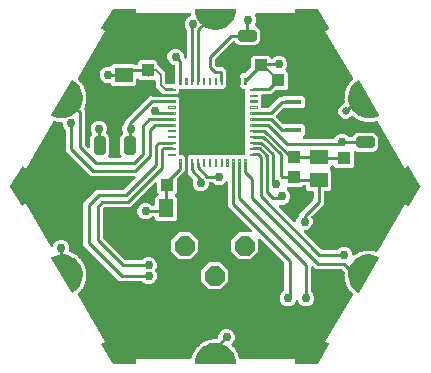
<source format=gbr>
G04 EAGLE Gerber RS-274X export*
G75*
%MOMM*%
%FSLAX34Y34*%
%LPD*%
%INBottom Copper*%
%IPPOS*%
%AMOC8*
5,1,8,0,0,1.08239X$1,22.5*%
G01*
%ADD10R,1.500000X1.300000*%
%ADD11C,0.124994*%
%ADD12R,5.699988X5.699988*%
%ADD13R,1.399997X0.400000*%
%ADD14R,1.300000X1.500000*%
%ADD15R,1.000000X1.100000*%
%ADD16R,1.100000X1.000000*%
%ADD17C,0.499997*%
%ADD18C,1.000000*%
%ADD19P,1.814519X8X202.500000*%
%ADD20C,0.254000*%
%ADD21C,0.756400*%
%ADD22C,0.177800*%
%ADD23C,0.660400*%
%ADD24C,0.406400*%

G36*
X278630Y195708D02*
X278630Y195708D01*
X278658Y195706D01*
X278726Y195728D01*
X278797Y195742D01*
X278820Y195758D01*
X278847Y195767D01*
X278902Y195814D01*
X278961Y195855D01*
X278976Y195879D01*
X278998Y195897D01*
X279029Y195962D01*
X279068Y196022D01*
X279073Y196050D01*
X279085Y196076D01*
X279094Y196177D01*
X279101Y196219D01*
X279099Y196229D01*
X279100Y196242D01*
X278857Y199292D01*
X278848Y199324D01*
X278844Y199371D01*
X278751Y199751D01*
X324767Y199751D01*
X324833Y199759D01*
X324900Y199758D01*
X324990Y199779D01*
X325082Y199791D01*
X325144Y199815D01*
X325210Y199830D01*
X325292Y199873D01*
X325378Y199908D01*
X325432Y199947D01*
X325491Y199978D01*
X325560Y200040D01*
X325635Y200094D01*
X325678Y200146D01*
X325728Y200191D01*
X325779Y200268D01*
X325838Y200339D01*
X325867Y200400D01*
X325904Y200456D01*
X325934Y200543D01*
X325974Y200627D01*
X325986Y200693D01*
X326008Y200756D01*
X326015Y200799D01*
X326047Y200834D01*
X326079Y200895D01*
X326120Y200950D01*
X326154Y201034D01*
X326197Y201114D01*
X326213Y201181D01*
X326239Y201245D01*
X326251Y201335D01*
X326272Y201423D01*
X326271Y201492D01*
X326281Y201560D01*
X326270Y201650D01*
X326269Y201741D01*
X326264Y201759D01*
X326713Y202782D01*
X326720Y202805D01*
X326732Y202827D01*
X326781Y202980D01*
X327056Y204067D01*
X327084Y204088D01*
X327126Y204143D01*
X327175Y204191D01*
X327223Y204269D01*
X327278Y204340D01*
X327305Y204403D01*
X327341Y204462D01*
X327368Y204549D01*
X327403Y204632D01*
X327414Y204701D01*
X327434Y204766D01*
X327438Y204857D01*
X327452Y204947D01*
X327451Y204964D01*
X328062Y205900D01*
X328072Y205922D01*
X328088Y205941D01*
X328161Y206084D01*
X328612Y207111D01*
X328643Y207127D01*
X328693Y207174D01*
X328750Y207214D01*
X328809Y207282D01*
X328876Y207344D01*
X328913Y207402D01*
X328958Y207454D01*
X328998Y207535D01*
X329047Y207612D01*
X329069Y207677D01*
X329100Y207739D01*
X329119Y207827D01*
X329147Y207913D01*
X329149Y207931D01*
X329905Y208753D01*
X329920Y208773D01*
X329938Y208790D01*
X330034Y208919D01*
X330647Y209857D01*
X330680Y209869D01*
X330738Y209907D01*
X330800Y209936D01*
X330870Y209994D01*
X330946Y210044D01*
X330992Y210095D01*
X331045Y210139D01*
X331098Y210212D01*
X331159Y210279D01*
X331191Y210340D01*
X331232Y210396D01*
X331265Y210481D01*
X331308Y210561D01*
X331312Y210578D01*
X332194Y211265D01*
X332211Y211282D01*
X332231Y211295D01*
X332348Y211407D01*
X333107Y212231D01*
X333142Y212237D01*
X333205Y212265D01*
X333271Y212284D01*
X333349Y212329D01*
X333432Y212366D01*
X333486Y212409D01*
X333546Y212443D01*
X333610Y212507D01*
X333682Y212563D01*
X333723Y212618D01*
X333772Y212667D01*
X333819Y212744D01*
X333874Y212817D01*
X333881Y212833D01*
X334864Y213365D01*
X334884Y213379D01*
X334906Y213389D01*
X335039Y213480D01*
X335924Y214168D01*
X335959Y214168D01*
X336026Y214185D01*
X336094Y214193D01*
X336179Y214225D01*
X336267Y214248D01*
X336327Y214281D01*
X336392Y214305D01*
X336466Y214357D01*
X336545Y214401D01*
X336596Y214448D01*
X336652Y214488D01*
X336711Y214557D01*
X336777Y214619D01*
X336786Y214634D01*
X337843Y214997D01*
X337865Y215008D01*
X337889Y215014D01*
X338035Y215081D01*
X339021Y215615D01*
X339056Y215609D01*
X339124Y215615D01*
X339193Y215611D01*
X339282Y215629D01*
X339373Y215637D01*
X339438Y215660D01*
X339505Y215673D01*
X339587Y215712D01*
X339673Y215742D01*
X339730Y215781D01*
X339792Y215810D01*
X339861Y215869D01*
X339937Y215919D01*
X339949Y215933D01*
X341051Y216116D01*
X341074Y216123D01*
X341099Y216125D01*
X341254Y216168D01*
X342314Y216532D01*
X342347Y216520D01*
X342416Y216515D01*
X342483Y216500D01*
X342574Y216503D01*
X342665Y216496D01*
X342732Y216508D01*
X342801Y216510D01*
X342888Y216535D01*
X342978Y216550D01*
X343041Y216579D01*
X343107Y216598D01*
X343185Y216644D01*
X343268Y216681D01*
X343282Y216693D01*
X344399Y216693D01*
X344423Y216696D01*
X344448Y216694D01*
X344608Y216710D01*
X345713Y216894D01*
X345744Y216878D01*
X345811Y216861D01*
X345875Y216835D01*
X345965Y216823D01*
X346053Y216801D01*
X346122Y216802D01*
X346190Y216792D01*
X346280Y216803D01*
X346371Y216804D01*
X346438Y216821D01*
X346506Y216829D01*
X346591Y216862D01*
X346678Y216885D01*
X346694Y216894D01*
X347123Y216822D01*
X347168Y216821D01*
X347211Y216811D01*
X347326Y216814D01*
X347441Y216810D01*
X347484Y216819D01*
X347529Y216820D01*
X347639Y216852D01*
X347751Y216876D01*
X347791Y216896D01*
X347835Y216909D01*
X347933Y216967D01*
X348036Y217018D01*
X348070Y217048D01*
X348108Y217070D01*
X348229Y217177D01*
X348398Y217345D01*
X348458Y217423D01*
X348526Y217496D01*
X348555Y217549D01*
X348593Y217597D01*
X348632Y217687D01*
X348680Y217774D01*
X348695Y217833D01*
X348719Y217888D01*
X348734Y217986D01*
X348759Y218082D01*
X348765Y218182D01*
X348769Y218202D01*
X348767Y218215D01*
X348769Y218243D01*
X348769Y219799D01*
X349809Y222309D01*
X351731Y224231D01*
X354241Y225271D01*
X356959Y225271D01*
X359469Y224231D01*
X361391Y222309D01*
X362431Y219799D01*
X362431Y217081D01*
X361391Y214571D01*
X360040Y213220D01*
X359983Y213147D01*
X359919Y213080D01*
X359886Y213022D01*
X359845Y212969D01*
X359809Y212884D01*
X359763Y212803D01*
X359746Y212738D01*
X359719Y212677D01*
X359705Y212585D01*
X359680Y212496D01*
X359680Y212429D01*
X359669Y212363D01*
X359678Y212270D01*
X359677Y212178D01*
X359693Y212113D01*
X359699Y212046D01*
X359731Y211959D01*
X359753Y211869D01*
X359784Y211810D01*
X359807Y211747D01*
X359859Y211670D01*
X359903Y211588D01*
X359976Y211498D01*
X359985Y211484D01*
X359992Y211478D01*
X360004Y211463D01*
X360056Y211407D01*
X360075Y211391D01*
X360090Y211371D01*
X360210Y211265D01*
X361095Y210576D01*
X361104Y210542D01*
X361137Y210482D01*
X361161Y210417D01*
X361213Y210343D01*
X361256Y210263D01*
X361303Y210213D01*
X361343Y210156D01*
X361412Y210097D01*
X361474Y210031D01*
X361532Y209994D01*
X361584Y209949D01*
X361665Y209909D01*
X361742Y209860D01*
X361759Y209854D01*
X362370Y208919D01*
X362386Y208900D01*
X362397Y208878D01*
X362499Y208753D01*
X363258Y207929D01*
X363261Y207894D01*
X363283Y207829D01*
X363297Y207761D01*
X363335Y207679D01*
X363365Y207593D01*
X363404Y207536D01*
X363433Y207474D01*
X363491Y207404D01*
X363541Y207329D01*
X363593Y207282D01*
X363637Y207229D01*
X363710Y207176D01*
X363778Y207116D01*
X363794Y207107D01*
X364243Y206084D01*
X364255Y206063D01*
X364263Y206040D01*
X364342Y205900D01*
X364955Y204962D01*
X364952Y204926D01*
X364964Y204859D01*
X364966Y204790D01*
X364991Y204702D01*
X365006Y204613D01*
X365034Y204550D01*
X365053Y204484D01*
X365099Y204406D01*
X365136Y204323D01*
X365179Y204269D01*
X365214Y204209D01*
X365278Y204145D01*
X365335Y204074D01*
X365349Y204063D01*
X365623Y202980D01*
X365632Y202957D01*
X365636Y202933D01*
X365691Y202782D01*
X366141Y201756D01*
X366133Y201721D01*
X366133Y201652D01*
X366124Y201584D01*
X366134Y201494D01*
X366134Y201403D01*
X366152Y201337D01*
X366159Y201268D01*
X366192Y201183D01*
X366215Y201096D01*
X366248Y201035D01*
X366273Y200971D01*
X366325Y200897D01*
X366369Y200818D01*
X366390Y200796D01*
X366390Y200783D01*
X366419Y200695D01*
X366438Y200604D01*
X366468Y200544D01*
X366488Y200481D01*
X366538Y200402D01*
X366579Y200319D01*
X366623Y200268D01*
X366659Y200212D01*
X366726Y200148D01*
X366787Y200078D01*
X366841Y200040D01*
X366890Y199994D01*
X366971Y199949D01*
X367047Y199896D01*
X367110Y199873D01*
X367169Y199840D01*
X367258Y199817D01*
X367345Y199785D01*
X367412Y199778D01*
X367477Y199761D01*
X367637Y199751D01*
X413653Y199751D01*
X413560Y199371D01*
X413558Y199337D01*
X413547Y199292D01*
X413304Y196242D01*
X413308Y196213D01*
X413303Y196185D01*
X413320Y196116D01*
X413328Y196044D01*
X413343Y196020D01*
X413349Y195992D01*
X413392Y195934D01*
X413428Y195872D01*
X413450Y195855D01*
X413467Y195832D01*
X413529Y195795D01*
X413586Y195752D01*
X413614Y195745D01*
X413638Y195730D01*
X413738Y195714D01*
X413779Y195703D01*
X413789Y195705D01*
X413802Y195703D01*
X432802Y195703D01*
X432878Y195718D01*
X432956Y195727D01*
X432975Y195738D01*
X432997Y195742D01*
X433061Y195786D01*
X433129Y195825D01*
X433145Y195844D01*
X433161Y195855D01*
X433185Y195893D01*
X433235Y195953D01*
X442735Y212453D01*
X442744Y212480D01*
X442760Y212504D01*
X442775Y212574D01*
X442798Y212642D01*
X442795Y212670D01*
X442801Y212698D01*
X442788Y212769D01*
X442782Y212840D01*
X442769Y212865D01*
X442763Y212893D01*
X442723Y212953D01*
X442690Y213016D01*
X442668Y213034D01*
X442652Y213058D01*
X442569Y213116D01*
X442537Y213143D01*
X442526Y213146D01*
X442516Y213153D01*
X439750Y214462D01*
X439717Y214470D01*
X439674Y214490D01*
X439321Y214592D01*
X462322Y254431D01*
X462348Y254493D01*
X462382Y254549D01*
X462409Y254638D01*
X462445Y254724D01*
X462455Y254790D01*
X462474Y254854D01*
X462478Y254947D01*
X462492Y255039D01*
X462485Y255105D01*
X462488Y255171D01*
X462468Y255263D01*
X462459Y255355D01*
X462435Y255418D01*
X462422Y255483D01*
X462380Y255566D01*
X462348Y255653D01*
X462310Y255708D01*
X462280Y255768D01*
X462220Y255838D01*
X462166Y255915D01*
X462116Y255958D01*
X462073Y256008D01*
X462029Y256043D01*
X462016Y256085D01*
X461979Y256144D01*
X461952Y256207D01*
X461896Y256278D01*
X461848Y256355D01*
X461798Y256403D01*
X461756Y256457D01*
X461684Y256513D01*
X461618Y256576D01*
X461558Y256609D01*
X461504Y256651D01*
X461420Y256687D01*
X461341Y256732D01*
X461326Y256736D01*
X460665Y257637D01*
X460648Y257655D01*
X460635Y257676D01*
X460527Y257795D01*
X459724Y258577D01*
X459720Y258610D01*
X459693Y258674D01*
X459677Y258740D01*
X459633Y258820D01*
X459599Y258904D01*
X459557Y258959D01*
X459525Y259020D01*
X459463Y259086D01*
X459408Y259159D01*
X459355Y259202D01*
X459308Y259253D01*
X459232Y259302D01*
X459161Y259359D01*
X459147Y259365D01*
X458643Y260363D01*
X458629Y260383D01*
X458620Y260406D01*
X458533Y260541D01*
X457870Y261445D01*
X457870Y261478D01*
X457855Y261545D01*
X457849Y261614D01*
X457820Y261700D01*
X457800Y261788D01*
X457768Y261849D01*
X457746Y261915D01*
X457696Y261990D01*
X457654Y262071D01*
X457608Y262122D01*
X457570Y262180D01*
X457503Y262241D01*
X457443Y262309D01*
X457430Y262317D01*
X457097Y263384D01*
X457086Y263407D01*
X457081Y263431D01*
X457018Y263579D01*
X456512Y264579D01*
X456519Y264612D01*
X456515Y264681D01*
X456520Y264749D01*
X456505Y264838D01*
X456500Y264929D01*
X456479Y264995D01*
X456467Y265063D01*
X456430Y265146D01*
X456403Y265232D01*
X456366Y265290D01*
X456338Y265353D01*
X456282Y265424D01*
X456233Y265501D01*
X456222Y265512D01*
X456069Y266619D01*
X456063Y266643D01*
X456062Y266667D01*
X456023Y266824D01*
X455689Y267894D01*
X455701Y267925D01*
X455708Y267993D01*
X455725Y268060D01*
X455725Y268151D01*
X455735Y268241D01*
X455725Y268309D01*
X455725Y268378D01*
X455702Y268466D01*
X455689Y268556D01*
X455662Y268619D01*
X455645Y268686D01*
X455601Y268765D01*
X455566Y268849D01*
X455556Y268862D01*
X455588Y269979D01*
X455586Y270003D01*
X455588Y270027D01*
X455577Y270188D01*
X455423Y271299D01*
X455440Y271327D01*
X455458Y271394D01*
X455486Y271457D01*
X455501Y271546D01*
X455525Y271634D01*
X455526Y271703D01*
X455538Y271771D01*
X455530Y271861D01*
X455532Y271952D01*
X455516Y272019D01*
X455510Y272087D01*
X455479Y272173D01*
X455459Y272261D01*
X455451Y272275D01*
X455567Y272862D01*
X455571Y272925D01*
X455585Y272986D01*
X455582Y273083D01*
X455588Y273180D01*
X455577Y273241D01*
X455575Y273304D01*
X455548Y273397D01*
X455530Y273492D01*
X455504Y273549D01*
X455486Y273609D01*
X455437Y273693D01*
X455396Y273781D01*
X455357Y273829D01*
X455325Y273883D01*
X455219Y274004D01*
X453243Y275980D01*
X453165Y276040D01*
X453092Y276108D01*
X453039Y276137D01*
X452992Y276174D01*
X452901Y276214D01*
X452814Y276262D01*
X452755Y276277D01*
X452700Y276301D01*
X452602Y276316D01*
X452506Y276341D01*
X452406Y276347D01*
X452386Y276351D01*
X452373Y276349D01*
X452345Y276351D01*
X431281Y276351D01*
X429395Y278237D01*
X429286Y278322D01*
X429179Y278411D01*
X429160Y278419D01*
X429144Y278432D01*
X429016Y278487D01*
X428891Y278546D01*
X428871Y278550D01*
X428852Y278558D01*
X428714Y278580D01*
X428578Y278606D01*
X428558Y278605D01*
X428538Y278608D01*
X428399Y278595D01*
X428261Y278586D01*
X428242Y278580D01*
X428222Y278578D01*
X428090Y278531D01*
X427959Y278488D01*
X427941Y278478D01*
X427922Y278471D01*
X427807Y278393D01*
X427690Y278318D01*
X427676Y278303D01*
X427659Y278292D01*
X427567Y278188D01*
X427472Y278087D01*
X427462Y278069D01*
X427449Y278054D01*
X427385Y277930D01*
X427318Y277808D01*
X427313Y277788D01*
X427304Y277770D01*
X427274Y277635D01*
X427239Y277500D01*
X427237Y277472D01*
X427234Y277460D01*
X427235Y277440D01*
X427229Y277339D01*
X427229Y257327D01*
X427241Y257229D01*
X427244Y257130D01*
X427261Y257072D01*
X427269Y257012D01*
X427305Y256919D01*
X427333Y256824D01*
X427363Y256772D01*
X427386Y256716D01*
X427444Y256636D01*
X427494Y256550D01*
X427560Y256475D01*
X427572Y256459D01*
X427582Y256451D01*
X427600Y256430D01*
X428701Y255329D01*
X429741Y252819D01*
X429741Y250101D01*
X428701Y247591D01*
X426779Y245669D01*
X424269Y244629D01*
X421551Y244629D01*
X419041Y245669D01*
X417119Y247591D01*
X416463Y249176D01*
X416394Y249296D01*
X416329Y249419D01*
X416315Y249434D01*
X416305Y249452D01*
X416208Y249552D01*
X416115Y249655D01*
X416098Y249666D01*
X416084Y249680D01*
X415965Y249753D01*
X415849Y249830D01*
X415830Y249836D01*
X415813Y249847D01*
X415680Y249888D01*
X415548Y249933D01*
X415528Y249934D01*
X415509Y249940D01*
X415370Y249947D01*
X415231Y249958D01*
X415211Y249954D01*
X415191Y249955D01*
X415055Y249927D01*
X414918Y249904D01*
X414899Y249895D01*
X414880Y249891D01*
X414754Y249830D01*
X414628Y249773D01*
X414612Y249760D01*
X414594Y249751D01*
X414488Y249661D01*
X414380Y249574D01*
X414367Y249558D01*
X414352Y249545D01*
X414272Y249431D01*
X414188Y249320D01*
X414176Y249295D01*
X414169Y249285D01*
X414162Y249266D01*
X414117Y249176D01*
X413461Y247591D01*
X411539Y245669D01*
X409029Y244629D01*
X406311Y244629D01*
X403801Y245669D01*
X401879Y247591D01*
X400839Y250101D01*
X400839Y252819D01*
X401879Y255329D01*
X403801Y257251D01*
X403838Y257266D01*
X403863Y257281D01*
X403891Y257290D01*
X404001Y257359D01*
X404114Y257424D01*
X404135Y257444D01*
X404160Y257460D01*
X404249Y257555D01*
X404342Y257645D01*
X404358Y257670D01*
X404378Y257692D01*
X404441Y257805D01*
X404509Y257916D01*
X404517Y257944D01*
X404532Y257970D01*
X404564Y258096D01*
X404602Y258220D01*
X404604Y258250D01*
X404611Y258278D01*
X404621Y258439D01*
X404621Y280895D01*
X404609Y280994D01*
X404606Y281093D01*
X404589Y281151D01*
X404581Y281211D01*
X404545Y281303D01*
X404517Y281398D01*
X404487Y281450D01*
X404464Y281507D01*
X404406Y281587D01*
X404356Y281672D01*
X404290Y281747D01*
X404278Y281764D01*
X404268Y281772D01*
X404250Y281793D01*
X384437Y301605D01*
X384328Y301690D01*
X384221Y301779D01*
X384202Y301787D01*
X384186Y301800D01*
X384058Y301855D01*
X383933Y301914D01*
X383913Y301918D01*
X383894Y301926D01*
X383756Y301948D01*
X383620Y301974D01*
X383600Y301973D01*
X383580Y301976D01*
X383441Y301963D01*
X383303Y301954D01*
X383284Y301948D01*
X383264Y301946D01*
X383132Y301899D01*
X383001Y301856D01*
X382983Y301846D01*
X382964Y301839D01*
X382849Y301761D01*
X382732Y301686D01*
X382718Y301671D01*
X382701Y301660D01*
X382609Y301556D01*
X382514Y301455D01*
X382504Y301437D01*
X382491Y301422D01*
X382427Y301298D01*
X382360Y301176D01*
X382355Y301156D01*
X382346Y301138D01*
X382316Y301003D01*
X382281Y300868D01*
X382279Y300840D01*
X382276Y300828D01*
X382277Y300808D01*
X382271Y300707D01*
X382271Y291175D01*
X375575Y284479D01*
X366105Y284479D01*
X359409Y291175D01*
X359409Y300645D01*
X366105Y307341D01*
X375637Y307341D01*
X375775Y307358D01*
X375914Y307371D01*
X375933Y307378D01*
X375953Y307381D01*
X376082Y307432D01*
X376213Y307479D01*
X376230Y307490D01*
X376249Y307498D01*
X376361Y307579D01*
X376476Y307657D01*
X376490Y307673D01*
X376506Y307684D01*
X376595Y307792D01*
X376687Y307896D01*
X376696Y307914D01*
X376709Y307929D01*
X376768Y308055D01*
X376831Y308179D01*
X376836Y308199D01*
X376844Y308217D01*
X376870Y308353D01*
X376901Y308489D01*
X376900Y308510D01*
X376904Y308529D01*
X376895Y308668D01*
X376891Y308807D01*
X376886Y308827D01*
X376884Y308847D01*
X376842Y308979D01*
X376803Y309113D01*
X376793Y309130D01*
X376786Y309149D01*
X376712Y309267D01*
X376641Y309387D01*
X376623Y309408D01*
X376616Y309418D01*
X376601Y309432D01*
X376535Y309507D01*
X356843Y329199D01*
X356843Y349199D01*
X356826Y349336D01*
X356813Y349475D01*
X356806Y349494D01*
X356803Y349514D01*
X356752Y349643D01*
X356705Y349775D01*
X356694Y349791D01*
X356686Y349810D01*
X356605Y349923D01*
X356527Y350038D01*
X356511Y350051D01*
X356500Y350068D01*
X356392Y350156D01*
X356288Y350248D01*
X356270Y350257D01*
X356255Y350270D01*
X356129Y350330D01*
X356005Y350393D01*
X355985Y350397D01*
X355967Y350406D01*
X355830Y350432D01*
X355695Y350462D01*
X355674Y350462D01*
X355655Y350466D01*
X355516Y350457D01*
X355377Y350453D01*
X355357Y350447D01*
X355337Y350446D01*
X355205Y350403D01*
X355071Y350364D01*
X355054Y350354D01*
X355035Y350348D01*
X354917Y350273D01*
X354797Y350203D01*
X354776Y350184D01*
X354766Y350178D01*
X354752Y350163D01*
X354677Y350096D01*
X353119Y348539D01*
X350609Y347499D01*
X347891Y347499D01*
X345381Y348539D01*
X344280Y349640D01*
X344202Y349700D01*
X344130Y349768D01*
X344077Y349797D01*
X344029Y349834D01*
X343938Y349874D01*
X343852Y349922D01*
X343793Y349937D01*
X343737Y349961D01*
X343639Y349976D01*
X343544Y350001D01*
X343444Y350007D01*
X343423Y350011D01*
X343411Y350009D01*
X343383Y350011D01*
X341905Y350011D01*
X341787Y349996D01*
X341668Y349989D01*
X341630Y349976D01*
X341590Y349971D01*
X341479Y349928D01*
X341366Y349891D01*
X341331Y349869D01*
X341294Y349854D01*
X341198Y349785D01*
X341097Y349721D01*
X341069Y349691D01*
X341036Y349668D01*
X340961Y349576D01*
X340879Y349489D01*
X340859Y349454D01*
X340834Y349423D01*
X340783Y349315D01*
X340725Y349211D01*
X340715Y349171D01*
X340698Y349135D01*
X340676Y349018D01*
X340646Y348903D01*
X340642Y348843D01*
X340638Y348823D01*
X340640Y348802D01*
X340636Y348742D01*
X340636Y347686D01*
X339596Y345176D01*
X337674Y343254D01*
X335164Y342214D01*
X332446Y342214D01*
X329936Y343254D01*
X328014Y345176D01*
X326974Y347686D01*
X326974Y350404D01*
X327328Y351257D01*
X327335Y351285D01*
X327349Y351311D01*
X327377Y351438D01*
X327412Y351563D01*
X327412Y351593D01*
X327418Y351622D01*
X327415Y351752D01*
X327417Y351881D01*
X327410Y351910D01*
X327409Y351940D01*
X327373Y352064D01*
X327342Y352191D01*
X327329Y352217D01*
X327320Y352245D01*
X327254Y352357D01*
X327194Y352472D01*
X327174Y352494D01*
X327159Y352519D01*
X327052Y352640D01*
X321829Y357863D01*
X321826Y357888D01*
X321813Y358026D01*
X321806Y358045D01*
X321803Y358066D01*
X321752Y358195D01*
X321705Y358326D01*
X321694Y358342D01*
X321686Y358361D01*
X321605Y358474D01*
X321527Y358589D01*
X321511Y358602D01*
X321500Y358619D01*
X321392Y358707D01*
X321288Y358799D01*
X321270Y358808D01*
X321255Y358821D01*
X321129Y358881D01*
X321005Y358944D01*
X320985Y358948D01*
X320967Y358957D01*
X320831Y358983D01*
X320695Y359013D01*
X320674Y359013D01*
X320655Y359017D01*
X320516Y359008D01*
X320377Y359004D01*
X320357Y358998D01*
X320337Y358997D01*
X320205Y358954D01*
X320071Y358915D01*
X320054Y358905D01*
X320035Y358899D01*
X319917Y358824D01*
X319797Y358754D01*
X319776Y358735D01*
X319766Y358729D01*
X319752Y358714D01*
X319677Y358647D01*
X314062Y353033D01*
X314002Y352955D01*
X313934Y352883D01*
X313904Y352830D01*
X313867Y352782D01*
X313828Y352691D01*
X313780Y352604D01*
X313765Y352546D01*
X313741Y352490D01*
X313725Y352392D01*
X313701Y352296D01*
X313694Y352196D01*
X313691Y352176D01*
X313692Y352164D01*
X313690Y352136D01*
X313690Y341417D01*
X312089Y339816D01*
X312016Y339722D01*
X311938Y339633D01*
X311919Y339597D01*
X311894Y339565D01*
X311847Y339456D01*
X311793Y339350D01*
X311784Y339310D01*
X311768Y339273D01*
X311749Y339155D01*
X311723Y339040D01*
X311725Y338999D01*
X311718Y338959D01*
X311729Y338841D01*
X311733Y338722D01*
X311744Y338683D01*
X311748Y338643D01*
X311788Y338530D01*
X311821Y338416D01*
X311842Y338381D01*
X311856Y338343D01*
X311923Y338245D01*
X311983Y338142D01*
X312023Y338097D01*
X312034Y338080D01*
X312050Y338067D01*
X312089Y338021D01*
X313876Y336235D01*
X313876Y318709D01*
X312090Y316923D01*
X296564Y316923D01*
X294778Y318709D01*
X294778Y319532D01*
X294763Y319650D01*
X294756Y319769D01*
X294744Y319807D01*
X294739Y319848D01*
X294695Y319958D01*
X294658Y320071D01*
X294636Y320106D01*
X294622Y320143D01*
X294552Y320239D01*
X294488Y320340D01*
X294458Y320368D01*
X294435Y320401D01*
X294343Y320477D01*
X294256Y320558D01*
X294221Y320578D01*
X294190Y320603D01*
X294082Y320654D01*
X293978Y320712D01*
X293939Y320722D01*
X293902Y320739D01*
X293785Y320761D01*
X293670Y320791D01*
X293610Y320795D01*
X293590Y320799D01*
X293569Y320797D01*
X293509Y320801D01*
X292887Y320801D01*
X292789Y320789D01*
X292690Y320786D01*
X292632Y320769D01*
X292572Y320761D01*
X292479Y320725D01*
X292384Y320697D01*
X292332Y320667D01*
X292276Y320644D01*
X292196Y320586D01*
X292110Y320536D01*
X292035Y320470D01*
X292019Y320458D01*
X292011Y320448D01*
X291990Y320430D01*
X290889Y319329D01*
X288379Y318289D01*
X285661Y318289D01*
X283151Y319329D01*
X281229Y321251D01*
X280189Y323761D01*
X280189Y326479D01*
X281229Y328989D01*
X283151Y330911D01*
X285661Y331951D01*
X288379Y331951D01*
X290889Y330911D01*
X291990Y329810D01*
X292068Y329750D01*
X292140Y329682D01*
X292193Y329653D01*
X292241Y329616D01*
X292332Y329576D01*
X292418Y329528D01*
X292477Y329513D01*
X292533Y329489D01*
X292631Y329474D01*
X292726Y329449D01*
X292826Y329443D01*
X292847Y329439D01*
X292859Y329441D01*
X292887Y329439D01*
X293509Y329439D01*
X293627Y329454D01*
X293746Y329461D01*
X293785Y329474D01*
X293825Y329479D01*
X293935Y329522D01*
X294049Y329559D01*
X294083Y329581D01*
X294120Y329596D01*
X294217Y329665D01*
X294317Y329729D01*
X294345Y329759D01*
X294378Y329782D01*
X294454Y329874D01*
X294535Y329961D01*
X294555Y329996D01*
X294581Y330027D01*
X294631Y330135D01*
X294689Y330239D01*
X294699Y330279D01*
X294716Y330315D01*
X294738Y330432D01*
X294768Y330547D01*
X294772Y330607D01*
X294776Y330627D01*
X294775Y330648D01*
X294778Y330708D01*
X294778Y336235D01*
X296564Y338021D01*
X296925Y338021D01*
X297063Y338038D01*
X297202Y338051D01*
X297221Y338058D01*
X297241Y338061D01*
X297370Y338112D01*
X297501Y338159D01*
X297518Y338170D01*
X297537Y338178D01*
X297649Y338259D01*
X297764Y338337D01*
X297778Y338353D01*
X297794Y338365D01*
X297883Y338472D01*
X297975Y338576D01*
X297984Y338594D01*
X297997Y338610D01*
X298056Y338735D01*
X298119Y338859D01*
X298124Y338879D01*
X298132Y338897D01*
X298158Y339034D01*
X298189Y339169D01*
X298188Y339190D01*
X298192Y339210D01*
X298184Y339348D01*
X298179Y339487D01*
X298174Y339507D01*
X298172Y339527D01*
X298130Y339659D01*
X298091Y339793D01*
X298081Y339810D01*
X298074Y339830D01*
X298000Y339947D01*
X297929Y340067D01*
X297911Y340088D01*
X297904Y340098D01*
X297889Y340112D01*
X297823Y340188D01*
X296593Y341417D01*
X296593Y348381D01*
X296576Y348519D01*
X296563Y348658D01*
X296556Y348677D01*
X296553Y348697D01*
X296502Y348826D01*
X296455Y348957D01*
X296444Y348974D01*
X296436Y348992D01*
X296355Y349104D01*
X296276Y349220D01*
X296261Y349233D01*
X296249Y349250D01*
X296142Y349338D01*
X296038Y349430D01*
X296020Y349440D01*
X296004Y349453D01*
X295879Y349512D01*
X295755Y349575D01*
X295735Y349579D01*
X295717Y349588D01*
X295580Y349614D01*
X295444Y349645D01*
X295424Y349644D01*
X295404Y349648D01*
X295266Y349639D01*
X295127Y349635D01*
X295107Y349629D01*
X295087Y349628D01*
X294955Y349585D01*
X294821Y349547D01*
X294804Y349536D01*
X294784Y349530D01*
X294667Y349456D01*
X294547Y349385D01*
X294526Y349366D01*
X294516Y349360D01*
X294502Y349345D01*
X294426Y349279D01*
X276470Y331323D01*
X273569Y328421D01*
X252505Y328421D01*
X252406Y328409D01*
X252307Y328406D01*
X252249Y328389D01*
X252189Y328381D01*
X252097Y328345D01*
X252002Y328317D01*
X251950Y328287D01*
X251893Y328264D01*
X251813Y328206D01*
X251728Y328156D01*
X251653Y328090D01*
X251636Y328078D01*
X251628Y328068D01*
X251607Y328050D01*
X251070Y327513D01*
X251010Y327435D01*
X250942Y327362D01*
X250913Y327309D01*
X250876Y327262D01*
X250836Y327171D01*
X250788Y327084D01*
X250773Y327025D01*
X250749Y326970D01*
X250734Y326872D01*
X250709Y326776D01*
X250703Y326676D01*
X250699Y326656D01*
X250701Y326643D01*
X250699Y326615D01*
X250699Y303305D01*
X250711Y303206D01*
X250714Y303107D01*
X250731Y303049D01*
X250739Y302989D01*
X250775Y302897D01*
X250803Y302802D01*
X250833Y302750D01*
X250856Y302693D01*
X250914Y302613D01*
X250964Y302528D01*
X251030Y302453D01*
X251042Y302436D01*
X251052Y302428D01*
X251070Y302407D01*
X269387Y284090D01*
X269465Y284030D01*
X269538Y283962D01*
X269591Y283933D01*
X269638Y283896D01*
X269729Y283856D01*
X269816Y283808D01*
X269875Y283793D01*
X269930Y283769D01*
X270028Y283754D01*
X270124Y283729D01*
X270224Y283723D01*
X270244Y283719D01*
X270257Y283721D01*
X270285Y283719D01*
X283693Y283719D01*
X283791Y283731D01*
X283890Y283734D01*
X283948Y283751D01*
X284008Y283759D01*
X284101Y283795D01*
X284196Y283823D01*
X284248Y283853D01*
X284304Y283876D01*
X284384Y283934D01*
X284470Y283984D01*
X284545Y284050D01*
X284561Y284062D01*
X284569Y284072D01*
X284590Y284090D01*
X285691Y285191D01*
X288201Y286231D01*
X290919Y286231D01*
X293429Y285191D01*
X295351Y283269D01*
X296391Y280759D01*
X296391Y278041D01*
X295273Y275342D01*
X295246Y275246D01*
X295211Y275154D01*
X295205Y275093D01*
X295189Y275035D01*
X295187Y274936D01*
X295176Y274838D01*
X295184Y274778D01*
X295184Y274717D01*
X295207Y274621D01*
X295220Y274523D01*
X295253Y274428D01*
X295258Y274408D01*
X295263Y274397D01*
X295273Y274370D01*
X296391Y271671D01*
X296391Y268953D01*
X295351Y266443D01*
X293429Y264521D01*
X290919Y263481D01*
X288201Y263481D01*
X285691Y264521D01*
X284392Y265820D01*
X284314Y265880D01*
X284242Y265948D01*
X284189Y265977D01*
X284141Y266014D01*
X284050Y266054D01*
X283964Y266102D01*
X283905Y266117D01*
X283849Y266141D01*
X283751Y266156D01*
X283656Y266181D01*
X283556Y266187D01*
X283535Y266191D01*
X283523Y266189D01*
X283495Y266191D01*
X264911Y266191D01*
X234441Y296661D01*
X234441Y331989D01*
X245861Y343409D01*
X268195Y343409D01*
X268294Y343421D01*
X268393Y343424D01*
X268451Y343441D01*
X268511Y343449D01*
X268603Y343485D01*
X268698Y343513D01*
X268750Y343543D01*
X268807Y343566D01*
X268887Y343624D01*
X268972Y343674D01*
X269047Y343740D01*
X269064Y343752D01*
X269072Y343762D01*
X269093Y343780D01*
X278237Y352925D01*
X278322Y353034D01*
X278411Y353141D01*
X278419Y353160D01*
X278432Y353176D01*
X278487Y353304D01*
X278546Y353429D01*
X278550Y353449D01*
X278558Y353468D01*
X278580Y353606D01*
X278606Y353742D01*
X278605Y353762D01*
X278608Y353782D01*
X278595Y353921D01*
X278586Y354059D01*
X278580Y354078D01*
X278578Y354098D01*
X278531Y354230D01*
X278488Y354361D01*
X278478Y354379D01*
X278471Y354398D01*
X278393Y354513D01*
X278318Y354630D01*
X278303Y354644D01*
X278292Y354661D01*
X278188Y354753D01*
X278087Y354848D01*
X278069Y354858D01*
X278054Y354871D01*
X277930Y354935D01*
X277808Y355002D01*
X277788Y355007D01*
X277770Y355016D01*
X277635Y355046D01*
X277500Y355081D01*
X277472Y355083D01*
X277460Y355086D01*
X277440Y355085D01*
X277339Y355091D01*
X240371Y355091D01*
X219295Y376168D01*
X219295Y393680D01*
X219282Y393778D01*
X219279Y393877D01*
X219263Y393935D01*
X219255Y393995D01*
X219219Y394087D01*
X219191Y394182D01*
X219160Y394234D01*
X219138Y394291D01*
X219080Y394371D01*
X219029Y394456D01*
X218963Y394532D01*
X218951Y394548D01*
X218942Y394556D01*
X218923Y394577D01*
X217823Y395677D01*
X216783Y398188D01*
X216783Y399386D01*
X216763Y399540D01*
X216746Y399691D01*
X216744Y399696D01*
X216743Y399702D01*
X216687Y399844D01*
X216631Y399987D01*
X216628Y399992D01*
X216626Y399997D01*
X216536Y400121D01*
X216447Y400246D01*
X216442Y400250D01*
X216439Y400255D01*
X216321Y400352D01*
X216204Y400451D01*
X216199Y400454D01*
X216194Y400458D01*
X216056Y400522D01*
X215917Y400590D01*
X215911Y400591D01*
X215906Y400593D01*
X215757Y400622D01*
X215605Y400652D01*
X215598Y400652D01*
X215594Y400653D01*
X215585Y400652D01*
X215444Y400654D01*
X214498Y400602D01*
X214471Y400621D01*
X214406Y400645D01*
X214346Y400677D01*
X214258Y400700D01*
X214172Y400731D01*
X214104Y400738D01*
X214037Y400755D01*
X213946Y400754D01*
X213856Y400764D01*
X213788Y400754D01*
X213719Y400753D01*
X213631Y400730D01*
X213542Y400717D01*
X213527Y400711D01*
X212452Y401015D01*
X212428Y401019D01*
X212405Y401028D01*
X212246Y401056D01*
X211132Y401180D01*
X211108Y401203D01*
X211048Y401237D01*
X210994Y401279D01*
X210911Y401316D01*
X210832Y401361D01*
X210766Y401379D01*
X210703Y401407D01*
X210613Y401421D01*
X210525Y401445D01*
X210456Y401446D01*
X210389Y401457D01*
X210298Y401449D01*
X210207Y401450D01*
X210180Y401444D01*
X210094Y401462D01*
X210006Y401491D01*
X209939Y401495D01*
X209873Y401509D01*
X209781Y401505D01*
X209689Y401511D01*
X209623Y401499D01*
X209555Y401496D01*
X209467Y401470D01*
X209376Y401452D01*
X209315Y401424D01*
X209251Y401405D01*
X209172Y401357D01*
X209088Y401318D01*
X209036Y401275D01*
X208979Y401240D01*
X208914Y401174D01*
X208843Y401116D01*
X208803Y401061D01*
X208756Y401013D01*
X208667Y400879D01*
X185665Y361038D01*
X185371Y361320D01*
X185343Y361338D01*
X185309Y361371D01*
X182786Y363113D01*
X182759Y363124D01*
X182737Y363143D01*
X182668Y363163D01*
X182603Y363191D01*
X182574Y363191D01*
X182546Y363199D01*
X182475Y363191D01*
X182404Y363192D01*
X182377Y363180D01*
X182348Y363177D01*
X182286Y363142D01*
X182221Y363114D01*
X182200Y363094D01*
X182175Y363079D01*
X182112Y363002D01*
X182082Y362972D01*
X182078Y362962D01*
X182069Y362951D01*
X172569Y346451D01*
X172545Y346378D01*
X172514Y346308D01*
X172514Y346284D01*
X172506Y346262D01*
X172513Y346186D01*
X172512Y346109D01*
X172521Y346085D01*
X172522Y346064D01*
X172543Y346025D01*
X172562Y345973D01*
X172563Y345967D01*
X172565Y345965D01*
X172569Y345953D01*
X182069Y329453D01*
X182088Y329431D01*
X182101Y329405D01*
X182154Y329357D01*
X182201Y329304D01*
X182227Y329291D01*
X182249Y329272D01*
X182316Y329249D01*
X182380Y329218D01*
X182409Y329217D01*
X182436Y329207D01*
X182508Y329212D01*
X182579Y329209D01*
X182606Y329219D01*
X182635Y329221D01*
X182725Y329263D01*
X182765Y329278D01*
X182773Y329285D01*
X182786Y329291D01*
X185309Y331033D01*
X185333Y331057D01*
X185371Y331084D01*
X185665Y331366D01*
X206587Y295128D01*
X206621Y295083D01*
X206647Y295033D01*
X206716Y294957D01*
X206779Y294874D01*
X206823Y294839D01*
X206861Y294798D01*
X206947Y294741D01*
X207028Y294677D01*
X207080Y294654D01*
X207127Y294623D01*
X207224Y294589D01*
X207319Y294547D01*
X207374Y294538D01*
X207427Y294520D01*
X207530Y294511D01*
X207632Y294494D01*
X207688Y294499D01*
X207744Y294494D01*
X207846Y294512D01*
X207949Y294521D01*
X208002Y294539D01*
X208058Y294549D01*
X208152Y294591D01*
X208249Y294625D01*
X208296Y294656D01*
X208348Y294679D01*
X208428Y294744D01*
X208514Y294801D01*
X208552Y294843D01*
X208596Y294878D01*
X208658Y294960D01*
X208727Y295037D01*
X208754Y295087D01*
X208787Y295132D01*
X208858Y295277D01*
X209935Y297876D01*
X211857Y299798D01*
X214367Y300838D01*
X217085Y300838D01*
X219595Y299798D01*
X221517Y297876D01*
X222557Y295366D01*
X222557Y292648D01*
X222427Y292334D01*
X222408Y292267D01*
X222381Y292203D01*
X222366Y292114D01*
X222343Y292027D01*
X222342Y291958D01*
X222331Y291889D01*
X222339Y291799D01*
X222338Y291709D01*
X222354Y291641D01*
X222360Y291572D01*
X222391Y291488D01*
X222412Y291400D01*
X222444Y291339D01*
X222468Y291273D01*
X222518Y291198D01*
X222560Y291119D01*
X222607Y291067D01*
X222646Y291010D01*
X222714Y290950D01*
X222774Y290884D01*
X222832Y290845D01*
X222885Y290799D01*
X222965Y290758D01*
X223040Y290709D01*
X223106Y290686D01*
X223168Y290655D01*
X223322Y290610D01*
X223618Y290544D01*
X223639Y290518D01*
X223694Y290478D01*
X223744Y290430D01*
X223823Y290384D01*
X223896Y290331D01*
X223960Y290306D01*
X224020Y290272D01*
X224107Y290247D01*
X224192Y290214D01*
X224260Y290205D01*
X224327Y290187D01*
X224417Y290186D01*
X224507Y290174D01*
X224523Y290176D01*
X225475Y289591D01*
X225498Y289581D01*
X225518Y289567D01*
X225663Y289497D01*
X226702Y289076D01*
X226718Y289047D01*
X226766Y288998D01*
X226807Y288942D01*
X226878Y288885D01*
X226941Y288820D01*
X227000Y288785D01*
X227053Y288741D01*
X227136Y288703D01*
X227213Y288656D01*
X227280Y288636D01*
X227342Y288607D01*
X227431Y288591D01*
X227518Y288565D01*
X227534Y288564D01*
X228377Y287831D01*
X228397Y287817D01*
X228414Y287799D01*
X228546Y287707D01*
X229502Y287120D01*
X229513Y287089D01*
X229553Y287033D01*
X229584Y286971D01*
X229644Y286903D01*
X229696Y286829D01*
X229748Y286784D01*
X229794Y286732D01*
X229869Y286681D01*
X229938Y286622D01*
X229999Y286592D01*
X230056Y286553D01*
X230142Y286522D01*
X230223Y286482D01*
X230238Y286479D01*
X230949Y285616D01*
X230967Y285600D01*
X230981Y285579D01*
X231096Y285466D01*
X231942Y284730D01*
X231948Y284698D01*
X231978Y284636D01*
X231998Y284570D01*
X232046Y284493D01*
X232085Y284411D01*
X232130Y284358D01*
X232166Y284300D01*
X232231Y284237D01*
X232290Y284167D01*
X232346Y284127D01*
X232395Y284080D01*
X232474Y284035D01*
X232548Y283982D01*
X232563Y283976D01*
X233122Y283009D01*
X233137Y282989D01*
X233147Y282967D01*
X233242Y282837D01*
X233955Y281972D01*
X233956Y281939D01*
X233975Y281873D01*
X233985Y281804D01*
X234019Y281720D01*
X234044Y281633D01*
X234079Y281574D01*
X234105Y281510D01*
X234159Y281437D01*
X234206Y281359D01*
X234254Y281310D01*
X234295Y281255D01*
X234366Y281198D01*
X234430Y281134D01*
X234444Y281126D01*
X234836Y280079D01*
X234848Y280058D01*
X234854Y280034D01*
X234926Y279890D01*
X235487Y278919D01*
X235482Y278887D01*
X235490Y278818D01*
X235489Y278749D01*
X235509Y278661D01*
X235519Y278571D01*
X235544Y278506D01*
X235559Y278439D01*
X235601Y278359D01*
X235633Y278274D01*
X235673Y278218D01*
X235705Y278156D01*
X235765Y278088D01*
X235818Y278015D01*
X235829Y278005D01*
X236044Y276908D01*
X236052Y276884D01*
X236055Y276860D01*
X236102Y276706D01*
X236495Y275656D01*
X236486Y275625D01*
X236482Y275556D01*
X236469Y275488D01*
X236474Y275398D01*
X236470Y275307D01*
X236484Y275240D01*
X236488Y275171D01*
X236515Y275084D01*
X236534Y274996D01*
X236564Y274934D01*
X236585Y274868D01*
X236633Y274791D01*
X236673Y274710D01*
X236683Y274698D01*
X236714Y273580D01*
X236718Y273556D01*
X236717Y273532D01*
X236738Y273372D01*
X236953Y272272D01*
X236938Y272242D01*
X236924Y272175D01*
X236900Y272110D01*
X236890Y272020D01*
X236871Y271932D01*
X236873Y271863D01*
X236866Y271794D01*
X236879Y271705D01*
X236882Y271614D01*
X236902Y271548D01*
X236911Y271480D01*
X236946Y271396D01*
X236972Y271309D01*
X236980Y271295D01*
X236827Y270188D01*
X236827Y270163D01*
X236822Y270140D01*
X236816Y269979D01*
X236848Y268858D01*
X236828Y268832D01*
X236803Y268767D01*
X236768Y268708D01*
X236744Y268621D01*
X236710Y268536D01*
X236701Y268468D01*
X236683Y268402D01*
X236681Y268311D01*
X236669Y268221D01*
X236678Y268152D01*
X236676Y268084D01*
X236697Y267995D01*
X236708Y267905D01*
X236714Y267891D01*
X236381Y266824D01*
X236376Y266800D01*
X236367Y266777D01*
X236335Y266619D01*
X236182Y265508D01*
X236158Y265485D01*
X236122Y265426D01*
X236078Y265373D01*
X236040Y265291D01*
X235993Y265214D01*
X235973Y265148D01*
X235944Y265085D01*
X235927Y264996D01*
X235901Y264909D01*
X235898Y264840D01*
X235885Y264773D01*
X235891Y264682D01*
X235887Y264591D01*
X235890Y264576D01*
X235386Y263579D01*
X235378Y263556D01*
X235365Y263535D01*
X235307Y263384D01*
X234973Y262314D01*
X234946Y262295D01*
X234901Y262243D01*
X234849Y262198D01*
X234798Y262123D01*
X234739Y262054D01*
X234708Y261992D01*
X234669Y261936D01*
X234638Y261851D01*
X234598Y261769D01*
X234583Y261702D01*
X234560Y261637D01*
X234551Y261547D01*
X234532Y261458D01*
X234532Y261442D01*
X233871Y260541D01*
X233859Y260520D01*
X233843Y260501D01*
X233761Y260363D01*
X233256Y259362D01*
X233226Y259348D01*
X233173Y259304D01*
X233114Y259268D01*
X233051Y259202D01*
X232982Y259144D01*
X232941Y259088D01*
X232893Y259039D01*
X232849Y258960D01*
X232795Y258886D01*
X232770Y258822D01*
X232736Y258762D01*
X232712Y258675D01*
X232679Y258590D01*
X232677Y258575D01*
X231877Y257795D01*
X231861Y257776D01*
X231842Y257760D01*
X231739Y257637D01*
X231076Y256733D01*
X231044Y256724D01*
X230984Y256689D01*
X230921Y256663D01*
X230848Y256609D01*
X230769Y256563D01*
X230720Y256515D01*
X230665Y256474D01*
X230608Y256403D01*
X230543Y256340D01*
X230508Y256280D01*
X230465Y256227D01*
X230427Y256145D01*
X230380Y256067D01*
X230372Y256040D01*
X230353Y256027D01*
X230290Y255958D01*
X230221Y255896D01*
X230184Y255841D01*
X230140Y255791D01*
X230096Y255709D01*
X230045Y255631D01*
X230023Y255568D01*
X229992Y255509D01*
X229971Y255419D01*
X229940Y255331D01*
X229934Y255265D01*
X229919Y255200D01*
X229921Y255107D01*
X229913Y255014D01*
X229924Y254948D01*
X229925Y254882D01*
X229950Y254792D01*
X229966Y254700D01*
X229993Y254640D01*
X230010Y254576D01*
X230082Y254431D01*
X253083Y214592D01*
X252730Y214490D01*
X252700Y214474D01*
X252655Y214462D01*
X249889Y213153D01*
X249866Y213136D01*
X249839Y213126D01*
X249787Y213077D01*
X249729Y213034D01*
X249715Y213009D01*
X249694Y212990D01*
X249665Y212924D01*
X249629Y212862D01*
X249626Y212834D01*
X249614Y212808D01*
X249613Y212736D01*
X249604Y212665D01*
X249612Y212638D01*
X249612Y212609D01*
X249647Y212514D01*
X249658Y212474D01*
X249665Y212465D01*
X249669Y212453D01*
X259169Y195953D01*
X259221Y195895D01*
X259267Y195832D01*
X259286Y195821D01*
X259301Y195804D01*
X259371Y195770D01*
X259438Y195730D01*
X259463Y195726D01*
X259480Y195718D01*
X259525Y195716D01*
X259602Y195703D01*
X278602Y195703D01*
X278630Y195708D01*
G37*
G36*
X463228Y287510D02*
X463228Y287510D01*
X463378Y287517D01*
X463387Y287520D01*
X463397Y287520D01*
X463538Y287566D01*
X463682Y287610D01*
X463693Y287617D01*
X463699Y287619D01*
X463711Y287626D01*
X463824Y287686D01*
X463858Y287707D01*
X463877Y287722D01*
X463899Y287733D01*
X464027Y287831D01*
X464873Y288566D01*
X464906Y288568D01*
X464972Y288589D01*
X465039Y288600D01*
X465122Y288637D01*
X465209Y288664D01*
X465267Y288701D01*
X465330Y288729D01*
X465402Y288785D01*
X465479Y288833D01*
X465526Y288883D01*
X465580Y288925D01*
X465636Y288998D01*
X465698Y289063D01*
X465706Y289077D01*
X466741Y289497D01*
X466763Y289509D01*
X466786Y289516D01*
X466929Y289591D01*
X467884Y290178D01*
X467917Y290174D01*
X467985Y290184D01*
X468054Y290184D01*
X468142Y290206D01*
X468232Y290219D01*
X468295Y290246D01*
X468362Y290263D01*
X468442Y290306D01*
X468526Y290341D01*
X468581Y290382D01*
X468641Y290416D01*
X468707Y290478D01*
X468780Y290532D01*
X468790Y290544D01*
X469880Y290788D01*
X469904Y290796D01*
X469928Y290800D01*
X470081Y290850D01*
X471120Y291272D01*
X471151Y291263D01*
X471220Y291261D01*
X471288Y291250D01*
X471379Y291257D01*
X471469Y291255D01*
X471536Y291271D01*
X471605Y291277D01*
X471691Y291307D01*
X471779Y291327D01*
X471840Y291359D01*
X471905Y291382D01*
X471981Y291432D01*
X472061Y291474D01*
X472073Y291484D01*
X473189Y291545D01*
X473213Y291549D01*
X473238Y291549D01*
X473397Y291574D01*
X474491Y291818D01*
X474521Y291804D01*
X474588Y291791D01*
X474654Y291769D01*
X474744Y291761D01*
X474833Y291744D01*
X474902Y291749D01*
X474971Y291743D01*
X475060Y291758D01*
X475150Y291764D01*
X475216Y291785D01*
X475284Y291797D01*
X475367Y291834D01*
X475453Y291862D01*
X475466Y291871D01*
X476577Y291747D01*
X476602Y291747D01*
X476626Y291742D01*
X476787Y291741D01*
X477906Y291802D01*
X477933Y291783D01*
X477998Y291759D01*
X478058Y291727D01*
X478146Y291704D01*
X478232Y291673D01*
X478300Y291666D01*
X478367Y291649D01*
X478458Y291650D01*
X478548Y291640D01*
X478616Y291650D01*
X478685Y291651D01*
X478773Y291674D01*
X478862Y291687D01*
X478877Y291693D01*
X479952Y291389D01*
X479976Y291385D01*
X479999Y291376D01*
X480158Y291348D01*
X481272Y291224D01*
X481296Y291201D01*
X481356Y291167D01*
X481410Y291125D01*
X481493Y291088D01*
X481572Y291043D01*
X481638Y291025D01*
X481701Y290997D01*
X481791Y290983D01*
X481879Y290959D01*
X481948Y290958D01*
X482015Y290947D01*
X482106Y290955D01*
X482197Y290954D01*
X482224Y290960D01*
X482310Y290942D01*
X482398Y290913D01*
X482465Y290909D01*
X482531Y290895D01*
X482623Y290899D01*
X482715Y290893D01*
X482781Y290905D01*
X482849Y290908D01*
X482937Y290934D01*
X483028Y290952D01*
X483089Y290980D01*
X483153Y290999D01*
X483232Y291047D01*
X483316Y291086D01*
X483368Y291129D01*
X483425Y291164D01*
X483490Y291230D01*
X483561Y291288D01*
X483601Y291343D01*
X483648Y291391D01*
X483737Y291525D01*
X506739Y331366D01*
X507033Y331084D01*
X507061Y331066D01*
X507095Y331033D01*
X509618Y329291D01*
X509645Y329280D01*
X509667Y329261D01*
X509736Y329241D01*
X509801Y329213D01*
X509830Y329213D01*
X509858Y329205D01*
X509929Y329213D01*
X510000Y329213D01*
X510027Y329224D01*
X510056Y329227D01*
X510118Y329262D01*
X510183Y329290D01*
X510204Y329310D01*
X510229Y329325D01*
X510292Y329402D01*
X510322Y329432D01*
X510326Y329442D01*
X510335Y329453D01*
X519835Y345953D01*
X519845Y345985D01*
X519854Y345998D01*
X519858Y346022D01*
X519859Y346026D01*
X519890Y346096D01*
X519890Y346120D01*
X519898Y346142D01*
X519892Y346218D01*
X519893Y346295D01*
X519883Y346319D01*
X519882Y346340D01*
X519861Y346379D01*
X519835Y346451D01*
X510335Y362951D01*
X510316Y362973D01*
X510303Y362999D01*
X510250Y363047D01*
X510203Y363100D01*
X510177Y363113D01*
X510156Y363132D01*
X510088Y363155D01*
X510024Y363186D01*
X509995Y363188D01*
X509968Y363197D01*
X509896Y363192D01*
X509825Y363195D01*
X509798Y363185D01*
X509769Y363183D01*
X509679Y363141D01*
X509639Y363126D01*
X509631Y363119D01*
X509618Y363113D01*
X507095Y361371D01*
X507071Y361347D01*
X507033Y361320D01*
X506739Y361038D01*
X483737Y400879D01*
X483697Y400933D01*
X483664Y400992D01*
X483601Y401059D01*
X483545Y401132D01*
X483492Y401174D01*
X483446Y401223D01*
X483368Y401273D01*
X483296Y401330D01*
X483234Y401357D01*
X483178Y401393D01*
X483090Y401422D01*
X483005Y401459D01*
X482939Y401471D01*
X482875Y401491D01*
X482783Y401497D01*
X482692Y401513D01*
X482625Y401507D01*
X482558Y401511D01*
X482467Y401494D01*
X482375Y401486D01*
X482311Y401464D01*
X482245Y401451D01*
X482222Y401442D01*
X482176Y401452D01*
X482108Y401450D01*
X482039Y401458D01*
X481949Y401445D01*
X481859Y401442D01*
X481792Y401423D01*
X481724Y401413D01*
X481640Y401378D01*
X481553Y401353D01*
X481494Y401318D01*
X481430Y401291D01*
X481358Y401237D01*
X481280Y401191D01*
X481269Y401179D01*
X480158Y401056D01*
X480134Y401050D01*
X480110Y401049D01*
X479952Y401015D01*
X478874Y400710D01*
X478843Y400722D01*
X478775Y400731D01*
X478708Y400750D01*
X478618Y400752D01*
X478528Y400764D01*
X478459Y400756D01*
X478390Y400757D01*
X478302Y400737D01*
X478212Y400726D01*
X478148Y400701D01*
X478080Y400686D01*
X478000Y400644D01*
X477915Y400611D01*
X477903Y400602D01*
X476787Y400663D01*
X476762Y400661D01*
X476738Y400665D01*
X476577Y400657D01*
X475463Y400533D01*
X475435Y400550D01*
X475369Y400570D01*
X475306Y400600D01*
X475217Y400617D01*
X475131Y400643D01*
X475062Y400647D01*
X474994Y400660D01*
X474903Y400654D01*
X474813Y400658D01*
X474745Y400644D01*
X474677Y400640D01*
X474590Y400612D01*
X474502Y400594D01*
X474487Y400587D01*
X473397Y400830D01*
X473372Y400833D01*
X473349Y400840D01*
X473189Y400859D01*
X472070Y400920D01*
X472045Y400942D01*
X471983Y400973D01*
X471926Y401012D01*
X471841Y401043D01*
X471760Y401084D01*
X471693Y401098D01*
X471628Y401122D01*
X471538Y401132D01*
X471449Y401151D01*
X471380Y401148D01*
X471312Y401155D01*
X471222Y401142D01*
X471131Y401138D01*
X471116Y401134D01*
X470081Y401554D01*
X470057Y401560D01*
X470035Y401571D01*
X469880Y401616D01*
X468786Y401860D01*
X468765Y401886D01*
X468710Y401926D01*
X468660Y401974D01*
X468581Y402020D01*
X468508Y402073D01*
X468444Y402098D01*
X468384Y402132D01*
X468297Y402157D01*
X468212Y402190D01*
X468144Y402199D01*
X468077Y402217D01*
X467987Y402218D01*
X467897Y402230D01*
X467881Y402228D01*
X466929Y402813D01*
X466906Y402823D01*
X466886Y402837D01*
X466741Y402907D01*
X465702Y403328D01*
X465686Y403357D01*
X465638Y403406D01*
X465597Y403462D01*
X465526Y403519D01*
X465463Y403584D01*
X465404Y403619D01*
X465351Y403663D01*
X465268Y403701D01*
X465191Y403748D01*
X465124Y403768D01*
X465062Y403797D01*
X464973Y403813D01*
X464886Y403839D01*
X464870Y403840D01*
X464027Y404573D01*
X464007Y404587D01*
X463990Y404605D01*
X463858Y404697D01*
X462554Y405498D01*
X462435Y405551D01*
X462321Y405610D01*
X462291Y405617D01*
X462264Y405629D01*
X462136Y405651D01*
X462010Y405680D01*
X461980Y405679D01*
X461951Y405684D01*
X461822Y405674D01*
X461692Y405670D01*
X461664Y405662D01*
X461634Y405659D01*
X461511Y405618D01*
X461387Y405582D01*
X461361Y405566D01*
X461333Y405557D01*
X461224Y405486D01*
X461113Y405420D01*
X461081Y405392D01*
X461067Y405382D01*
X461052Y405366D01*
X460992Y405314D01*
X460251Y404572D01*
X457917Y403606D01*
X455390Y403606D01*
X453056Y404572D01*
X451270Y406359D01*
X450303Y408693D01*
X450303Y411220D01*
X451270Y413554D01*
X453056Y415340D01*
X454949Y416124D01*
X454990Y416148D01*
X455035Y416164D01*
X455128Y416226D01*
X455225Y416282D01*
X455259Y416315D01*
X455298Y416341D01*
X455373Y416425D01*
X455453Y416503D01*
X455478Y416543D01*
X455510Y416579D01*
X455561Y416679D01*
X455620Y416774D01*
X455634Y416819D01*
X455655Y416862D01*
X455680Y416971D01*
X455713Y417078D01*
X455716Y417125D01*
X455726Y417172D01*
X455732Y417333D01*
X455690Y418824D01*
X455686Y418848D01*
X455687Y418872D01*
X455666Y419032D01*
X455451Y420132D01*
X455466Y420162D01*
X455480Y420229D01*
X455504Y420294D01*
X455514Y420384D01*
X455533Y420472D01*
X455531Y420541D01*
X455538Y420610D01*
X455525Y420699D01*
X455522Y420790D01*
X455502Y420856D01*
X455493Y420924D01*
X455458Y421008D01*
X455432Y421095D01*
X455424Y421109D01*
X455577Y422216D01*
X455577Y422241D01*
X455582Y422264D01*
X455588Y422425D01*
X455556Y423546D01*
X455576Y423572D01*
X455601Y423637D01*
X455636Y423696D01*
X455660Y423783D01*
X455694Y423868D01*
X455703Y423936D01*
X455721Y424002D01*
X455723Y424093D01*
X455735Y424183D01*
X455726Y424252D01*
X455728Y424320D01*
X455707Y424409D01*
X455696Y424499D01*
X455690Y424513D01*
X456023Y425580D01*
X456028Y425604D01*
X456037Y425627D01*
X456069Y425785D01*
X456222Y426896D01*
X456246Y426919D01*
X456282Y426978D01*
X456326Y427031D01*
X456364Y427113D01*
X456411Y427190D01*
X456431Y427256D01*
X456460Y427319D01*
X456477Y427408D01*
X456503Y427495D01*
X456506Y427564D01*
X456519Y427631D01*
X456513Y427722D01*
X456517Y427813D01*
X456514Y427828D01*
X457018Y428825D01*
X457026Y428849D01*
X457039Y428869D01*
X457097Y429020D01*
X457431Y430090D01*
X457458Y430109D01*
X457503Y430161D01*
X457555Y430206D01*
X457606Y430281D01*
X457665Y430350D01*
X457696Y430412D01*
X457735Y430468D01*
X457766Y430553D01*
X457806Y430635D01*
X457821Y430702D01*
X457844Y430767D01*
X457853Y430857D01*
X457872Y430946D01*
X457872Y430962D01*
X458533Y431863D01*
X458545Y431884D01*
X458561Y431903D01*
X458643Y432041D01*
X459148Y433042D01*
X459178Y433056D01*
X459231Y433100D01*
X459290Y433136D01*
X459353Y433202D01*
X459422Y433260D01*
X459463Y433316D01*
X459511Y433365D01*
X459555Y433444D01*
X459609Y433518D01*
X459634Y433582D01*
X459668Y433642D01*
X459692Y433729D01*
X459725Y433814D01*
X459727Y433829D01*
X460527Y434609D01*
X460543Y434628D01*
X460562Y434644D01*
X460665Y434767D01*
X461328Y435671D01*
X461360Y435680D01*
X461420Y435715D01*
X461483Y435741D01*
X461556Y435795D01*
X461635Y435841D01*
X461684Y435889D01*
X461739Y435930D01*
X461796Y436001D01*
X461861Y436064D01*
X461896Y436124D01*
X461939Y436177D01*
X461977Y436259D01*
X462024Y436337D01*
X462032Y436364D01*
X462051Y436377D01*
X462114Y436446D01*
X462183Y436508D01*
X462220Y436563D01*
X462264Y436613D01*
X462308Y436695D01*
X462359Y436773D01*
X462381Y436836D01*
X462412Y436895D01*
X462433Y436985D01*
X462464Y437073D01*
X462470Y437139D01*
X462485Y437204D01*
X462483Y437297D01*
X462491Y437390D01*
X462480Y437456D01*
X462479Y437522D01*
X462454Y437612D01*
X462438Y437704D01*
X462411Y437764D01*
X462394Y437828D01*
X462322Y437973D01*
X439321Y477812D01*
X439674Y477914D01*
X439704Y477930D01*
X439750Y477942D01*
X442516Y479251D01*
X442538Y479268D01*
X442565Y479278D01*
X442617Y479327D01*
X442675Y479370D01*
X442689Y479395D01*
X442710Y479414D01*
X442739Y479480D01*
X442775Y479542D01*
X442778Y479570D01*
X442790Y479596D01*
X442791Y479668D01*
X442800Y479739D01*
X442792Y479766D01*
X442793Y479795D01*
X442757Y479890D01*
X442746Y479930D01*
X442739Y479939D01*
X442735Y479951D01*
X433235Y496451D01*
X433183Y496510D01*
X433137Y496572D01*
X433118Y496583D01*
X433103Y496600D01*
X433033Y496634D01*
X432966Y496674D01*
X432942Y496678D01*
X432924Y496686D01*
X432879Y496688D01*
X432802Y496701D01*
X413802Y496701D01*
X413774Y496696D01*
X413746Y496698D01*
X413678Y496676D01*
X413607Y496662D01*
X413584Y496646D01*
X413557Y496637D01*
X413502Y496590D01*
X413443Y496549D01*
X413428Y496525D01*
X413407Y496507D01*
X413375Y496442D01*
X413336Y496382D01*
X413331Y496354D01*
X413319Y496328D01*
X413310Y496227D01*
X413303Y496185D01*
X413305Y496175D01*
X413304Y496162D01*
X413547Y493112D01*
X413556Y493080D01*
X413560Y493033D01*
X413653Y492653D01*
X380985Y492653D01*
X380936Y492647D01*
X380886Y492649D01*
X380779Y492627D01*
X380670Y492613D01*
X380623Y492595D01*
X380575Y492585D01*
X380476Y492537D01*
X380374Y492496D01*
X380334Y492467D01*
X380289Y492445D01*
X380206Y492374D01*
X380116Y492310D01*
X380085Y492271D01*
X380047Y492239D01*
X379984Y492149D01*
X379914Y492065D01*
X379892Y492020D01*
X379864Y491979D01*
X379825Y491876D01*
X379778Y491777D01*
X379769Y491728D01*
X379751Y491682D01*
X379739Y491572D01*
X379718Y491465D01*
X379721Y491415D01*
X379716Y491366D01*
X379731Y491257D01*
X379738Y491147D01*
X379753Y491100D01*
X379760Y491051D01*
X379812Y490898D01*
X380846Y488404D01*
X380846Y485686D01*
X379779Y483112D01*
X379748Y482997D01*
X379709Y482885D01*
X379706Y482844D01*
X379695Y482805D01*
X379694Y482686D01*
X379684Y482568D01*
X379691Y482528D01*
X379690Y482487D01*
X379718Y482371D01*
X379739Y482254D01*
X379755Y482217D01*
X379765Y482178D01*
X379820Y482073D01*
X379869Y481964D01*
X379894Y481933D01*
X379913Y481897D01*
X379993Y481809D01*
X380068Y481716D01*
X380100Y481691D01*
X380127Y481662D01*
X380227Y481596D01*
X380322Y481525D01*
X380376Y481498D01*
X380393Y481487D01*
X380412Y481480D01*
X380466Y481454D01*
X381769Y480914D01*
X383330Y479353D01*
X384175Y477314D01*
X384175Y470106D01*
X383330Y468067D01*
X381769Y466506D01*
X379730Y465661D01*
X366522Y465661D01*
X364483Y466506D01*
X362922Y468067D01*
X362756Y468467D01*
X362732Y468510D01*
X362715Y468557D01*
X362653Y468648D01*
X362599Y468743D01*
X362564Y468779D01*
X362536Y468820D01*
X362454Y468893D01*
X362378Y468972D01*
X362335Y468997D01*
X362298Y469030D01*
X362200Y469080D01*
X362106Y469138D01*
X362059Y469152D01*
X362015Y469175D01*
X361907Y469199D01*
X361802Y469231D01*
X361753Y469234D01*
X361704Y469245D01*
X361595Y469241D01*
X361485Y469247D01*
X361436Y469236D01*
X361387Y469235D01*
X361281Y469204D01*
X361173Y469182D01*
X361129Y469160D01*
X361081Y469147D01*
X360987Y469091D01*
X360888Y469043D01*
X360850Y469010D01*
X360807Y468985D01*
X360686Y468879D01*
X346320Y454513D01*
X346260Y454435D01*
X346192Y454362D01*
X346163Y454309D01*
X346126Y454262D01*
X346086Y454171D01*
X346038Y454084D01*
X346023Y454025D01*
X345999Y453970D01*
X345984Y453872D01*
X345959Y453776D01*
X345954Y453694D01*
X345951Y453681D01*
X345952Y453672D01*
X345949Y453656D01*
X345951Y453643D01*
X345949Y453615D01*
X345949Y449355D01*
X345961Y449256D01*
X345964Y449157D01*
X345981Y449099D01*
X345989Y449039D01*
X346025Y448947D01*
X346053Y448852D01*
X346083Y448800D01*
X346106Y448743D01*
X346164Y448663D01*
X346214Y448578D01*
X346280Y448503D01*
X346292Y448486D01*
X346302Y448478D01*
X346320Y448457D01*
X347083Y447694D01*
X347161Y447634D01*
X347234Y447566D01*
X347287Y447537D01*
X347334Y447500D01*
X347425Y447460D01*
X347512Y447412D01*
X347571Y447397D01*
X347626Y447373D01*
X347724Y447358D01*
X347820Y447333D01*
X347920Y447327D01*
X347940Y447323D01*
X347953Y447325D01*
X347981Y447323D01*
X352951Y447323D01*
X355481Y444793D01*
X355481Y433176D01*
X355471Y433138D01*
X355465Y433038D01*
X355461Y433018D01*
X355462Y433005D01*
X355461Y432977D01*
X355461Y430915D01*
X353309Y428763D01*
X316980Y428763D01*
X316862Y428748D01*
X316743Y428741D01*
X316705Y428729D01*
X316664Y428723D01*
X316554Y428680D01*
X316440Y428643D01*
X316406Y428621D01*
X316369Y428606D01*
X316272Y428537D01*
X316172Y428473D01*
X316144Y428443D01*
X316111Y428420D01*
X316035Y428328D01*
X315954Y428241D01*
X315934Y428206D01*
X315909Y428175D01*
X315858Y428067D01*
X315800Y427963D01*
X315790Y427923D01*
X315773Y427887D01*
X315751Y427770D01*
X315721Y427655D01*
X315717Y427595D01*
X315713Y427575D01*
X315714Y427554D01*
X315711Y427494D01*
X315711Y426165D01*
X313755Y424209D01*
X313682Y424115D01*
X313603Y424026D01*
X313585Y423990D01*
X313560Y423958D01*
X313513Y423849D01*
X313458Y423743D01*
X313450Y423704D01*
X313434Y423666D01*
X313415Y423549D01*
X313389Y423433D01*
X313390Y423392D01*
X313384Y423352D01*
X313395Y423234D01*
X313398Y423115D01*
X313410Y423076D01*
X313414Y423036D01*
X313454Y422924D01*
X313487Y422809D01*
X313507Y422774D01*
X313521Y422736D01*
X313588Y422638D01*
X313648Y422535D01*
X313688Y422490D01*
X313700Y422473D01*
X313715Y422460D01*
X313755Y422414D01*
X315711Y420459D01*
X315711Y374130D01*
X315726Y374012D01*
X315733Y373893D01*
X315745Y373855D01*
X315751Y373814D01*
X315794Y373704D01*
X315831Y373590D01*
X315853Y373556D01*
X315868Y373519D01*
X315937Y373422D01*
X316001Y373322D01*
X316031Y373294D01*
X316054Y373261D01*
X316146Y373185D01*
X316233Y373104D01*
X316268Y373084D01*
X316299Y373059D01*
X316407Y373008D01*
X316511Y372950D01*
X316551Y372940D01*
X316587Y372923D01*
X316704Y372901D01*
X316819Y372871D01*
X316879Y372867D01*
X316899Y372863D01*
X316920Y372864D01*
X316980Y372861D01*
X318309Y372861D01*
X320265Y370905D01*
X320359Y370832D01*
X320448Y370753D01*
X320484Y370735D01*
X320516Y370710D01*
X320625Y370663D01*
X320731Y370608D01*
X320770Y370600D01*
X320808Y370584D01*
X320925Y370565D01*
X321041Y370539D01*
X321082Y370540D01*
X321122Y370534D01*
X321240Y370545D01*
X321359Y370548D01*
X321398Y370560D01*
X321438Y370564D01*
X321550Y370604D01*
X321665Y370637D01*
X321700Y370657D01*
X321738Y370671D01*
X321836Y370738D01*
X321939Y370798D01*
X321984Y370838D01*
X322001Y370850D01*
X322014Y370865D01*
X322060Y370905D01*
X324015Y372861D01*
X370344Y372861D01*
X370462Y372876D01*
X370581Y372883D01*
X370619Y372895D01*
X370660Y372901D01*
X370770Y372944D01*
X370884Y372981D01*
X370918Y373003D01*
X370955Y373018D01*
X371052Y373087D01*
X371152Y373151D01*
X371180Y373181D01*
X371213Y373204D01*
X371289Y373296D01*
X371370Y373383D01*
X371390Y373418D01*
X371415Y373449D01*
X371466Y373557D01*
X371524Y373661D01*
X371534Y373701D01*
X371551Y373737D01*
X371573Y373854D01*
X371603Y373969D01*
X371607Y374029D01*
X371611Y374049D01*
X371610Y374070D01*
X371613Y374130D01*
X371613Y427494D01*
X371598Y427612D01*
X371591Y427731D01*
X371579Y427769D01*
X371573Y427810D01*
X371530Y427920D01*
X371493Y428034D01*
X371471Y428068D01*
X371456Y428105D01*
X371387Y428202D01*
X371323Y428302D01*
X371293Y428330D01*
X371270Y428363D01*
X371178Y428439D01*
X371091Y428520D01*
X371056Y428540D01*
X371025Y428565D01*
X370917Y428616D01*
X370813Y428674D01*
X370773Y428684D01*
X370737Y428701D01*
X370620Y428723D01*
X370505Y428753D01*
X370445Y428757D01*
X370425Y428761D01*
X370404Y428760D01*
X370344Y428763D01*
X369015Y428763D01*
X366863Y430915D01*
X366863Y432977D01*
X366851Y433076D01*
X366848Y433175D01*
X366843Y433191D01*
X366843Y437455D01*
X366853Y437493D01*
X366859Y437593D01*
X366863Y437613D01*
X366862Y437625D01*
X366863Y437653D01*
X366863Y439709D01*
X369015Y441861D01*
X371071Y441861D01*
X371169Y441873D01*
X371268Y441876D01*
X371326Y441893D01*
X371386Y441901D01*
X371478Y441937D01*
X371573Y441965D01*
X371626Y441995D01*
X371682Y442018D01*
X371762Y442076D01*
X371847Y442126D01*
X371923Y442193D01*
X371939Y442205D01*
X371947Y442214D01*
X371968Y442233D01*
X375736Y446000D01*
X375796Y446078D01*
X375864Y446150D01*
X375894Y446203D01*
X375931Y446251D01*
X375970Y446342D01*
X376018Y446429D01*
X376033Y446487D01*
X376057Y446543D01*
X376073Y446641D01*
X376097Y446737D01*
X376104Y446837D01*
X376107Y446857D01*
X376106Y446870D01*
X376107Y446898D01*
X376107Y455076D01*
X377893Y456862D01*
X391419Y456862D01*
X393313Y454968D01*
X393343Y454884D01*
X393354Y454867D01*
X393362Y454848D01*
X393443Y454736D01*
X393522Y454620D01*
X393537Y454607D01*
X393549Y454591D01*
X393656Y454502D01*
X393760Y454410D01*
X393778Y454401D01*
X393794Y454388D01*
X393919Y454329D01*
X394043Y454265D01*
X394063Y454261D01*
X394081Y454252D01*
X394218Y454226D01*
X394354Y454196D01*
X394374Y454196D01*
X394394Y454193D01*
X394532Y454201D01*
X394671Y454205D01*
X394691Y454211D01*
X394711Y454212D01*
X394843Y454255D01*
X394977Y454294D01*
X394994Y454304D01*
X395014Y454310D01*
X395131Y454385D01*
X395251Y454455D01*
X395272Y454474D01*
X395282Y454481D01*
X395296Y454495D01*
X395372Y454562D01*
X396181Y455371D01*
X398691Y456411D01*
X401409Y456411D01*
X403919Y455371D01*
X405841Y453449D01*
X406881Y450939D01*
X406881Y448221D01*
X405841Y445711D01*
X405835Y445705D01*
X405762Y445611D01*
X405683Y445521D01*
X405664Y445485D01*
X405640Y445453D01*
X405592Y445344D01*
X405538Y445238D01*
X405529Y445199D01*
X405513Y445161D01*
X405495Y445044D01*
X405469Y444928D01*
X405470Y444887D01*
X405463Y444847D01*
X405475Y444729D01*
X405478Y444610D01*
X405489Y444571D01*
X405493Y444531D01*
X405533Y444419D01*
X405567Y444304D01*
X405587Y444269D01*
X405601Y444231D01*
X405668Y444133D01*
X405728Y444030D01*
X405768Y443985D01*
X405779Y443968D01*
X405795Y443955D01*
X405835Y443909D01*
X407477Y442267D01*
X407477Y429741D01*
X405692Y427955D01*
X397513Y427955D01*
X397415Y427943D01*
X397316Y427940D01*
X397258Y427923D01*
X397198Y427915D01*
X397106Y427879D01*
X397011Y427851D01*
X396958Y427820D01*
X396902Y427798D01*
X396822Y427740D01*
X396737Y427690D01*
X396661Y427623D01*
X396645Y427611D01*
X396637Y427602D01*
X396616Y427583D01*
X393026Y423993D01*
X385980Y423993D01*
X385862Y423978D01*
X385743Y423971D01*
X385705Y423958D01*
X385665Y423953D01*
X385554Y423910D01*
X385441Y423873D01*
X385406Y423851D01*
X385369Y423836D01*
X385273Y423767D01*
X385172Y423703D01*
X385144Y423673D01*
X385111Y423650D01*
X385036Y423558D01*
X384954Y423471D01*
X384934Y423436D01*
X384909Y423405D01*
X384858Y423297D01*
X384800Y423193D01*
X384790Y423153D01*
X384773Y423117D01*
X384751Y423000D01*
X384721Y422885D01*
X384717Y422825D01*
X384713Y422805D01*
X384715Y422784D01*
X384711Y422724D01*
X384711Y413900D01*
X384726Y413782D01*
X384733Y413663D01*
X384746Y413625D01*
X384751Y413584D01*
X384794Y413474D01*
X384831Y413361D01*
X384853Y413326D01*
X384868Y413289D01*
X384938Y413193D01*
X385001Y413092D01*
X385031Y413064D01*
X385055Y413031D01*
X385146Y412955D01*
X385233Y412874D01*
X385268Y412854D01*
X385299Y412829D01*
X385407Y412778D01*
X385511Y412720D01*
X385551Y412710D01*
X385587Y412693D01*
X385704Y412671D01*
X385819Y412641D01*
X385880Y412637D01*
X385900Y412633D01*
X385920Y412635D01*
X385980Y412631D01*
X390757Y412631D01*
X390856Y412643D01*
X390955Y412646D01*
X391013Y412663D01*
X391073Y412671D01*
X391165Y412707D01*
X391260Y412735D01*
X391312Y412765D01*
X391369Y412788D01*
X391449Y412846D01*
X391534Y412896D01*
X391609Y412962D01*
X391626Y412974D01*
X391634Y412984D01*
X391655Y413002D01*
X400801Y422149D01*
X402647Y422149D01*
X402745Y422161D01*
X402844Y422164D01*
X402902Y422181D01*
X402962Y422189D01*
X403054Y422225D01*
X403149Y422253D01*
X403202Y422283D01*
X403258Y422306D01*
X403338Y422364D01*
X403423Y422414D01*
X403499Y422480D01*
X403515Y422492D01*
X403523Y422502D01*
X403544Y422521D01*
X403692Y422669D01*
X420218Y422669D01*
X422004Y420883D01*
X422004Y414357D01*
X420218Y412571D01*
X403965Y412571D01*
X403867Y412559D01*
X403768Y412556D01*
X403709Y412539D01*
X403649Y412532D01*
X403557Y412495D01*
X403462Y412468D01*
X403410Y412437D01*
X403354Y412415D01*
X403274Y412356D01*
X403188Y412306D01*
X403113Y412240D01*
X403096Y412228D01*
X403088Y412218D01*
X403067Y412200D01*
X397530Y406663D01*
X397457Y406568D01*
X397378Y406479D01*
X397360Y406443D01*
X397335Y406411D01*
X397288Y406302D01*
X397234Y406196D01*
X397225Y406157D01*
X397209Y406119D01*
X397190Y406002D01*
X397164Y405886D01*
X397165Y405845D01*
X397159Y405805D01*
X397170Y405687D01*
X397174Y405568D01*
X397185Y405529D01*
X397189Y405489D01*
X397229Y405376D01*
X397262Y405262D01*
X397283Y405228D01*
X397296Y405189D01*
X397363Y405091D01*
X397424Y404988D01*
X397464Y404943D01*
X397475Y404926D01*
X397490Y404913D01*
X397530Y404868D01*
X403357Y399041D01*
X403435Y398980D01*
X403507Y398912D01*
X403560Y398883D01*
X403608Y398846D01*
X403699Y398806D01*
X403786Y398759D01*
X403844Y398744D01*
X403900Y398719D01*
X403998Y398704D01*
X404094Y398679D01*
X404194Y398673D01*
X404214Y398670D01*
X404226Y398671D01*
X404254Y398669D01*
X420218Y398669D01*
X422004Y396883D01*
X422004Y390357D01*
X420402Y388755D01*
X420317Y388646D01*
X420228Y388539D01*
X420219Y388520D01*
X420207Y388504D01*
X420152Y388376D01*
X420093Y388251D01*
X420089Y388231D01*
X420081Y388212D01*
X420059Y388074D01*
X420033Y387938D01*
X420034Y387918D01*
X420031Y387898D01*
X420044Y387759D01*
X420053Y387621D01*
X420059Y387602D01*
X420061Y387582D01*
X420108Y387450D01*
X420151Y387319D01*
X420161Y387301D01*
X420168Y387282D01*
X420246Y387167D01*
X420321Y387050D01*
X420336Y387036D01*
X420347Y387019D01*
X420451Y386927D01*
X420552Y386832D01*
X420570Y386822D01*
X420585Y386809D01*
X420709Y386745D01*
X420831Y386678D01*
X420850Y386673D01*
X420869Y386664D01*
X421004Y386634D01*
X421139Y386599D01*
X421167Y386597D01*
X421179Y386594D01*
X421199Y386595D01*
X421299Y386589D01*
X446411Y386589D01*
X446441Y386592D01*
X446470Y386590D01*
X446598Y386612D01*
X446727Y386629D01*
X446754Y386639D01*
X446783Y386645D01*
X446902Y386698D01*
X447022Y386746D01*
X447046Y386763D01*
X447073Y386775D01*
X447175Y386856D01*
X447280Y386932D01*
X447299Y386955D01*
X447322Y386974D01*
X447400Y387077D01*
X447483Y387177D01*
X447495Y387204D01*
X447513Y387228D01*
X447584Y387372D01*
X447599Y387409D01*
X449521Y389331D01*
X452031Y390371D01*
X454749Y390371D01*
X457259Y389331D01*
X458360Y388230D01*
X458438Y388170D01*
X458510Y388102D01*
X458563Y388073D01*
X458611Y388036D01*
X458702Y387996D01*
X458788Y387948D01*
X458847Y387933D01*
X458903Y387909D01*
X459001Y387894D01*
X459096Y387869D01*
X459196Y387863D01*
X459217Y387859D01*
X459229Y387861D01*
X459257Y387859D01*
X461347Y387859D01*
X461377Y387862D01*
X461406Y387860D01*
X461534Y387882D01*
X461663Y387899D01*
X461690Y387909D01*
X461719Y387914D01*
X461838Y387968D01*
X461959Y388016D01*
X461982Y388033D01*
X462009Y388045D01*
X462111Y388126D01*
X462216Y388202D01*
X462235Y388225D01*
X462258Y388244D01*
X462336Y388347D01*
X462419Y388447D01*
X462431Y388474D01*
X462449Y388498D01*
X462520Y388642D01*
X462744Y389183D01*
X464305Y390744D01*
X466344Y391589D01*
X479552Y391589D01*
X481591Y390744D01*
X483152Y389183D01*
X483997Y387144D01*
X483997Y379936D01*
X483152Y377897D01*
X481591Y376336D01*
X479552Y375491D01*
X466344Y375491D01*
X465126Y375996D01*
X465078Y376009D01*
X465033Y376030D01*
X464926Y376051D01*
X464819Y376080D01*
X464770Y376081D01*
X464721Y376090D01*
X464612Y376083D01*
X464502Y376085D01*
X464453Y376073D01*
X464404Y376070D01*
X464299Y376036D01*
X464192Y376011D01*
X464148Y375987D01*
X464101Y375972D01*
X464008Y375913D01*
X463911Y375862D01*
X463874Y375829D01*
X463832Y375802D01*
X463757Y375722D01*
X463676Y375648D01*
X463649Y375607D01*
X463614Y375570D01*
X463561Y375474D01*
X463501Y375382D01*
X463485Y375335D01*
X463461Y375292D01*
X463434Y375186D01*
X463398Y375082D01*
X463394Y375032D01*
X463381Y374984D01*
X463371Y374823D01*
X463371Y363694D01*
X461585Y361908D01*
X448060Y361908D01*
X446303Y363665D01*
X446193Y363751D01*
X446086Y363839D01*
X446068Y363848D01*
X446052Y363860D01*
X445924Y363916D01*
X445798Y363975D01*
X445778Y363978D01*
X445760Y363987D01*
X445622Y364008D01*
X445486Y364034D01*
X445466Y364033D01*
X445446Y364036D01*
X445307Y364023D01*
X445168Y364015D01*
X445149Y364009D01*
X445129Y364007D01*
X444998Y363959D01*
X444866Y363917D01*
X444849Y363906D01*
X444830Y363899D01*
X444715Y363821D01*
X444597Y363747D01*
X444583Y363732D01*
X444567Y363720D01*
X444475Y363616D01*
X444379Y363515D01*
X444370Y363497D01*
X444356Y363482D01*
X444293Y363358D01*
X444226Y363236D01*
X444221Y363217D01*
X444212Y363199D01*
X444181Y363063D01*
X444180Y363059D01*
X443296Y362175D01*
X443223Y362081D01*
X443145Y361992D01*
X443126Y361956D01*
X443102Y361924D01*
X443054Y361815D01*
X443000Y361709D01*
X442991Y361670D01*
X442975Y361632D01*
X442956Y361514D01*
X442930Y361399D01*
X442932Y361358D01*
X442925Y361318D01*
X442936Y361200D01*
X442940Y361081D01*
X442951Y361042D01*
X442955Y361002D01*
X442995Y360890D01*
X443029Y360775D01*
X443049Y360740D01*
X443063Y360702D01*
X443130Y360604D01*
X443190Y360501D01*
X443230Y360456D01*
X443241Y360439D01*
X443257Y360426D01*
X443296Y360380D01*
X444136Y359541D01*
X444136Y344015D01*
X442350Y342229D01*
X439175Y342229D01*
X439057Y342214D01*
X438938Y342207D01*
X438900Y342194D01*
X438860Y342189D01*
X438749Y342146D01*
X438636Y342109D01*
X438602Y342087D01*
X438564Y342072D01*
X438468Y342002D01*
X438367Y341939D01*
X438340Y341909D01*
X438307Y341886D01*
X438231Y341794D01*
X438149Y341707D01*
X438130Y341672D01*
X438104Y341641D01*
X438053Y341533D01*
X437996Y341429D01*
X437986Y341389D01*
X437968Y341353D01*
X437946Y341236D01*
X437916Y341121D01*
X437913Y341060D01*
X437909Y341040D01*
X437910Y341020D01*
X437906Y340960D01*
X437906Y331469D01*
X427769Y321331D01*
X427751Y321308D01*
X427728Y321289D01*
X427654Y321183D01*
X427574Y321080D01*
X427562Y321053D01*
X427545Y321029D01*
X427499Y320907D01*
X427447Y320788D01*
X427443Y320759D01*
X427432Y320731D01*
X427418Y320602D01*
X427398Y320474D01*
X427400Y320444D01*
X427397Y320415D01*
X427415Y320287D01*
X427427Y320157D01*
X427437Y320129D01*
X427441Y320100D01*
X427494Y319948D01*
X428471Y317589D01*
X428471Y314871D01*
X427431Y312361D01*
X425509Y310439D01*
X422999Y309399D01*
X422403Y309399D01*
X422265Y309382D01*
X422126Y309369D01*
X422107Y309362D01*
X422087Y309359D01*
X421958Y309308D01*
X421827Y309261D01*
X421810Y309250D01*
X421791Y309242D01*
X421679Y309161D01*
X421564Y309083D01*
X421550Y309067D01*
X421534Y309056D01*
X421445Y308948D01*
X421353Y308844D01*
X421344Y308826D01*
X421331Y308811D01*
X421272Y308685D01*
X421209Y308561D01*
X421204Y308541D01*
X421196Y308523D01*
X421170Y308387D01*
X421139Y308251D01*
X421140Y308230D01*
X421136Y308211D01*
X421145Y308072D01*
X421149Y307933D01*
X421154Y307913D01*
X421156Y307893D01*
X421198Y307761D01*
X421237Y307627D01*
X421247Y307610D01*
X421254Y307591D01*
X421328Y307473D01*
X421399Y307353D01*
X421417Y307332D01*
X421424Y307322D01*
X421439Y307308D01*
X421505Y307233D01*
X435733Y293005D01*
X435811Y292944D01*
X435883Y292876D01*
X435936Y292847D01*
X435984Y292810D01*
X436075Y292771D01*
X436161Y292723D01*
X436220Y292708D01*
X436276Y292684D01*
X436374Y292668D01*
X436469Y292644D01*
X436569Y292637D01*
X436590Y292634D01*
X436602Y292635D01*
X436630Y292633D01*
X449193Y292633D01*
X449291Y292646D01*
X449390Y292649D01*
X449448Y292666D01*
X449508Y292673D01*
X449600Y292710D01*
X449695Y292737D01*
X449748Y292768D01*
X449804Y292790D01*
X449884Y292848D01*
X449969Y292899D01*
X450045Y292965D01*
X450061Y292977D01*
X450069Y292986D01*
X450090Y293005D01*
X451191Y294105D01*
X453701Y295145D01*
X456419Y295145D01*
X458929Y294105D01*
X460851Y292184D01*
X461891Y289673D01*
X461891Y288767D01*
X461909Y288619D01*
X461926Y288471D01*
X461929Y288462D01*
X461930Y288452D01*
X461985Y288313D01*
X462038Y288173D01*
X462044Y288165D01*
X462047Y288156D01*
X462135Y288035D01*
X462221Y287913D01*
X462229Y287907D01*
X462234Y287899D01*
X462350Y287803D01*
X462463Y287707D01*
X462472Y287702D01*
X462479Y287696D01*
X462614Y287632D01*
X462749Y287567D01*
X462758Y287565D01*
X462767Y287561D01*
X462913Y287533D01*
X463060Y287502D01*
X463070Y287503D01*
X463079Y287501D01*
X463228Y287510D01*
G37*
G36*
X265491Y370085D02*
X265491Y370085D01*
X265541Y370083D01*
X265648Y370105D01*
X265757Y370119D01*
X265804Y370137D01*
X265852Y370147D01*
X265951Y370195D01*
X266053Y370236D01*
X266093Y370265D01*
X266138Y370287D01*
X266221Y370358D01*
X266310Y370422D01*
X266342Y370461D01*
X266380Y370493D01*
X266443Y370583D01*
X266513Y370667D01*
X266534Y370712D01*
X266563Y370753D01*
X266602Y370856D01*
X266649Y370955D01*
X266658Y371004D01*
X266676Y371050D01*
X266688Y371160D01*
X266708Y371267D01*
X266705Y371317D01*
X266711Y371366D01*
X266695Y371475D01*
X266689Y371585D01*
X266673Y371632D01*
X266666Y371681D01*
X266614Y371834D01*
X265763Y373888D01*
X265763Y387096D01*
X266608Y389135D01*
X267943Y390470D01*
X267961Y390493D01*
X267983Y390512D01*
X268058Y390618D01*
X268137Y390721D01*
X268149Y390748D01*
X268166Y390772D01*
X268212Y390894D01*
X268264Y391013D01*
X268268Y391042D01*
X268279Y391069D01*
X268293Y391198D01*
X268314Y391327D01*
X268311Y391356D01*
X268314Y391386D01*
X268296Y391514D01*
X268284Y391643D01*
X268274Y391671D01*
X268270Y391700D01*
X268218Y391853D01*
X267489Y393611D01*
X267489Y396329D01*
X268529Y398839D01*
X269122Y399432D01*
X269182Y399510D01*
X269250Y399582D01*
X269279Y399635D01*
X269316Y399683D01*
X269356Y399774D01*
X269404Y399860D01*
X269419Y399919D01*
X269443Y399975D01*
X269458Y400073D01*
X269483Y400168D01*
X269489Y400268D01*
X269493Y400289D01*
X269491Y400301D01*
X269493Y400329D01*
X269493Y401331D01*
X290793Y422631D01*
X299717Y422631D01*
X299855Y422648D01*
X299994Y422661D01*
X300013Y422668D01*
X300033Y422671D01*
X300162Y422722D01*
X300293Y422769D01*
X300310Y422780D01*
X300329Y422788D01*
X300441Y422869D01*
X300556Y422947D01*
X300570Y422963D01*
X300586Y422974D01*
X300675Y423082D01*
X300767Y423186D01*
X300776Y423204D01*
X300789Y423219D01*
X300848Y423345D01*
X300911Y423469D01*
X300916Y423489D01*
X300924Y423507D01*
X300950Y423643D01*
X300981Y423779D01*
X300980Y423800D01*
X300984Y423819D01*
X300976Y423957D01*
X300971Y424097D01*
X300966Y424117D01*
X300964Y424137D01*
X300922Y424269D01*
X300883Y424403D01*
X300873Y424420D01*
X300866Y424439D01*
X300792Y424557D01*
X300721Y424677D01*
X300703Y424698D01*
X300696Y424708D01*
X300681Y424722D01*
X300615Y424797D01*
X298889Y426523D01*
X298889Y426536D01*
X298877Y426634D01*
X298874Y426733D01*
X298857Y426792D01*
X298849Y426852D01*
X298813Y426944D01*
X298785Y427039D01*
X298755Y427091D01*
X298732Y427147D01*
X298674Y427227D01*
X298624Y427313D01*
X298558Y427388D01*
X298546Y427405D01*
X298536Y427413D01*
X298518Y427434D01*
X295782Y430169D01*
X295782Y434757D01*
X295767Y434875D01*
X295760Y434994D01*
X295747Y435032D01*
X295742Y435072D01*
X295699Y435183D01*
X295662Y435296D01*
X295640Y435330D01*
X295625Y435368D01*
X295556Y435464D01*
X295492Y435565D01*
X295462Y435593D01*
X295439Y435625D01*
X295347Y435701D01*
X295260Y435783D01*
X295225Y435802D01*
X295194Y435828D01*
X295086Y435879D01*
X294982Y435936D01*
X294942Y435947D01*
X294906Y435964D01*
X294789Y435986D01*
X294674Y436016D01*
X294614Y436020D01*
X294594Y436024D01*
X294573Y436022D01*
X294513Y436026D01*
X291128Y436026D01*
X291030Y436014D01*
X290931Y436011D01*
X290873Y435994D01*
X290813Y435986D01*
X290720Y435950D01*
X290676Y435937D01*
X286787Y435937D01*
X286731Y435952D01*
X286675Y435976D01*
X286577Y435991D01*
X286481Y436016D01*
X286381Y436022D01*
X286361Y436025D01*
X286349Y436024D01*
X286321Y436026D01*
X282462Y436026D01*
X281132Y437355D01*
X281023Y437440D01*
X280916Y437529D01*
X280897Y437538D01*
X280881Y437550D01*
X280753Y437606D01*
X280628Y437665D01*
X280608Y437668D01*
X280589Y437677D01*
X280451Y437698D01*
X280315Y437724D01*
X280295Y437723D01*
X280275Y437726D01*
X280136Y437713D01*
X279998Y437705D01*
X279979Y437698D01*
X279959Y437697D01*
X279827Y437649D01*
X279696Y437607D01*
X279678Y437596D01*
X279659Y437589D01*
X279544Y437511D01*
X279427Y437436D01*
X279413Y437422D01*
X279396Y437410D01*
X279304Y437306D01*
X279209Y437205D01*
X279199Y437187D01*
X279186Y437172D01*
X279122Y437048D01*
X279055Y436926D01*
X279050Y436907D01*
X279041Y436889D01*
X279011Y436753D01*
X278976Y436618D01*
X278974Y436590D01*
X278971Y436578D01*
X278972Y436558D01*
X278966Y436458D01*
X278966Y432659D01*
X277180Y430873D01*
X259654Y430873D01*
X257858Y432669D01*
X257853Y432708D01*
X257846Y432827D01*
X257833Y432865D01*
X257828Y432906D01*
X257785Y433016D01*
X257748Y433129D01*
X257726Y433164D01*
X257711Y433201D01*
X257641Y433297D01*
X257578Y433398D01*
X257548Y433426D01*
X257525Y433459D01*
X257433Y433535D01*
X257346Y433616D01*
X257311Y433636D01*
X257280Y433661D01*
X257172Y433712D01*
X257068Y433770D01*
X257028Y433780D01*
X256992Y433797D01*
X256875Y433819D01*
X256760Y433849D01*
X256699Y433853D01*
X256679Y433857D01*
X256659Y433855D01*
X256599Y433859D01*
X253911Y433859D01*
X251401Y434899D01*
X249479Y436821D01*
X248439Y439331D01*
X248439Y442049D01*
X249479Y444559D01*
X251401Y446481D01*
X253911Y447521D01*
X256679Y447521D01*
X256777Y447533D01*
X256876Y447536D01*
X256934Y447553D01*
X256994Y447561D01*
X257087Y447597D01*
X257182Y447625D01*
X257234Y447655D01*
X257290Y447678D01*
X257370Y447736D01*
X257456Y447786D01*
X257531Y447852D01*
X257547Y447864D01*
X257555Y447874D01*
X257576Y447892D01*
X259654Y449970D01*
X277180Y449970D01*
X277885Y449265D01*
X277963Y449205D01*
X278035Y449137D01*
X278088Y449107D01*
X278136Y449070D01*
X278227Y449031D01*
X278314Y448983D01*
X278372Y448968D01*
X278428Y448944D01*
X278526Y448929D01*
X278621Y448904D01*
X278721Y448897D01*
X278742Y448894D01*
X278754Y448895D01*
X278782Y448894D01*
X279406Y448894D01*
X279525Y448909D01*
X279643Y448916D01*
X279682Y448928D01*
X279722Y448933D01*
X279833Y448977D01*
X279946Y449014D01*
X279980Y449036D01*
X280018Y449050D01*
X280114Y449120D01*
X280215Y449184D01*
X280242Y449214D01*
X280275Y449237D01*
X280351Y449329D01*
X280432Y449416D01*
X280452Y449451D01*
X280478Y449482D01*
X280528Y449590D01*
X280586Y449694D01*
X280596Y449733D01*
X280613Y449770D01*
X280636Y449887D01*
X280665Y450002D01*
X280669Y450062D01*
X280673Y450082D01*
X280672Y450103D01*
X280676Y450163D01*
X280676Y451338D01*
X282462Y453124D01*
X294987Y453124D01*
X296773Y451338D01*
X296773Y449707D01*
X296788Y449589D01*
X296795Y449470D01*
X296808Y449432D01*
X296813Y449391D01*
X296857Y449281D01*
X296893Y449168D01*
X296915Y449133D01*
X296930Y449096D01*
X297000Y449000D01*
X297064Y448899D01*
X297093Y448871D01*
X297117Y448838D01*
X297209Y448762D01*
X297295Y448681D01*
X297301Y448678D01*
X303658Y442321D01*
X303658Y433957D01*
X303670Y433859D01*
X303673Y433760D01*
X303690Y433701D01*
X303698Y433641D01*
X303734Y433549D01*
X303762Y433454D01*
X303792Y433402D01*
X303815Y433346D01*
X303873Y433266D01*
X303923Y433180D01*
X303989Y433105D01*
X304001Y433088D01*
X304011Y433080D01*
X304029Y433059D01*
X304086Y433002D01*
X304165Y432942D01*
X304237Y432874D01*
X304290Y432845D01*
X304338Y432808D01*
X304429Y432768D01*
X304515Y432720D01*
X304574Y432705D01*
X304629Y432681D01*
X304727Y432666D01*
X304823Y432641D01*
X304923Y432635D01*
X304944Y432631D01*
X304956Y432633D01*
X304984Y432631D01*
X310574Y432631D01*
X310692Y432646D01*
X310811Y432653D01*
X310849Y432666D01*
X310890Y432671D01*
X311000Y432714D01*
X311113Y432751D01*
X311148Y432773D01*
X311185Y432788D01*
X311281Y432857D01*
X311382Y432921D01*
X311410Y432951D01*
X311443Y432974D01*
X311519Y433066D01*
X311600Y433153D01*
X311620Y433188D01*
X311645Y433219D01*
X311696Y433327D01*
X311754Y433431D01*
X311764Y433471D01*
X311781Y433507D01*
X311803Y433624D01*
X311833Y433739D01*
X311837Y433799D01*
X311841Y433819D01*
X311839Y433840D01*
X311843Y433900D01*
X311843Y447927D01*
X311840Y447956D01*
X311842Y447986D01*
X311820Y448114D01*
X311803Y448243D01*
X311793Y448270D01*
X311788Y448299D01*
X311734Y448418D01*
X311686Y448538D01*
X311669Y448562D01*
X311657Y448589D01*
X311576Y448691D01*
X311500Y448796D01*
X311477Y448815D01*
X311458Y448838D01*
X311355Y448916D01*
X311255Y448999D01*
X311228Y449011D01*
X311204Y449029D01*
X311060Y449100D01*
X308551Y450139D01*
X306629Y452061D01*
X305589Y454571D01*
X305589Y457289D01*
X306629Y459799D01*
X308551Y461721D01*
X311061Y462761D01*
X313779Y462761D01*
X316289Y461721D01*
X318211Y459799D01*
X319251Y457289D01*
X319251Y455733D01*
X319263Y455634D01*
X319266Y455536D01*
X319283Y455477D01*
X319291Y455417D01*
X319327Y455325D01*
X319354Y455230D01*
X319385Y455178D01*
X319408Y455121D01*
X319466Y455042D01*
X319516Y454956D01*
X319583Y454881D01*
X319594Y454864D01*
X319604Y454856D01*
X319622Y454835D01*
X319676Y454781D01*
X319786Y454696D01*
X319893Y454607D01*
X319912Y454599D01*
X319927Y454586D01*
X320056Y454531D01*
X320181Y454472D01*
X320201Y454468D01*
X320219Y454460D01*
X320357Y454438D01*
X320494Y454412D01*
X320514Y454413D01*
X320533Y454410D01*
X320672Y454423D01*
X320811Y454432D01*
X320830Y454438D01*
X320850Y454440D01*
X320981Y454487D01*
X321113Y454530D01*
X321130Y454540D01*
X321149Y454547D01*
X321264Y454625D01*
X321382Y454700D01*
X321396Y454714D01*
X321413Y454726D01*
X321505Y454830D01*
X321600Y454931D01*
X321610Y454949D01*
X321623Y454964D01*
X321686Y455088D01*
X321754Y455210D01*
X321759Y455229D01*
X321768Y455247D01*
X321798Y455383D01*
X321833Y455518D01*
X321835Y455546D01*
X321837Y455558D01*
X321837Y455578D01*
X321843Y455679D01*
X321843Y478451D01*
X321831Y478549D01*
X321828Y478648D01*
X321811Y478706D01*
X321803Y478766D01*
X321767Y478858D01*
X321739Y478953D01*
X321709Y479006D01*
X321686Y479062D01*
X321628Y479142D01*
X321578Y479227D01*
X321512Y479303D01*
X321500Y479319D01*
X321490Y479327D01*
X321472Y479348D01*
X321139Y479681D01*
X320099Y482191D01*
X320099Y484909D01*
X321139Y487419D01*
X323061Y489341D01*
X325163Y490211D01*
X325223Y490246D01*
X325288Y490272D01*
X325361Y490324D01*
X325439Y490369D01*
X325489Y490418D01*
X325546Y490458D01*
X325603Y490528D01*
X325667Y490590D01*
X325704Y490650D01*
X325748Y490703D01*
X325787Y490785D01*
X325834Y490861D01*
X325854Y490928D01*
X325884Y490991D01*
X325901Y491079D01*
X325927Y491165D01*
X325931Y491235D01*
X325944Y491304D01*
X325938Y491393D01*
X325942Y491483D01*
X325928Y491551D01*
X325924Y491621D01*
X325896Y491706D01*
X325878Y491794D01*
X325847Y491857D01*
X325826Y491923D01*
X325778Y491999D01*
X325738Y492080D01*
X325693Y492133D01*
X325656Y492192D01*
X325590Y492254D01*
X325532Y492322D01*
X325475Y492362D01*
X325424Y492410D01*
X325346Y492453D01*
X325272Y492505D01*
X325207Y492530D01*
X325146Y492564D01*
X325059Y492586D01*
X324975Y492618D01*
X324905Y492626D01*
X324838Y492643D01*
X324677Y492653D01*
X278751Y492653D01*
X278844Y493033D01*
X278846Y493067D01*
X278857Y493112D01*
X279100Y496162D01*
X279096Y496191D01*
X279101Y496219D01*
X279084Y496288D01*
X279076Y496360D01*
X279062Y496384D01*
X279055Y496412D01*
X279012Y496470D01*
X278977Y496532D01*
X278954Y496549D01*
X278937Y496572D01*
X278875Y496609D01*
X278818Y496652D01*
X278790Y496659D01*
X278766Y496674D01*
X278666Y496690D01*
X278625Y496701D01*
X278615Y496699D01*
X278602Y496701D01*
X259602Y496701D01*
X259526Y496686D01*
X259448Y496677D01*
X259429Y496666D01*
X259407Y496662D01*
X259343Y496618D01*
X259275Y496579D01*
X259259Y496560D01*
X259243Y496549D01*
X259219Y496511D01*
X259169Y496451D01*
X249669Y479951D01*
X249660Y479924D01*
X249644Y479900D01*
X249629Y479830D01*
X249606Y479762D01*
X249609Y479734D01*
X249603Y479706D01*
X249617Y479636D01*
X249622Y479564D01*
X249635Y479539D01*
X249641Y479511D01*
X249681Y479451D01*
X249714Y479388D01*
X249736Y479370D01*
X249752Y479346D01*
X249835Y479288D01*
X249867Y479261D01*
X249878Y479258D01*
X249889Y479251D01*
X252655Y477942D01*
X252688Y477934D01*
X252730Y477914D01*
X253083Y477812D01*
X230082Y437973D01*
X230056Y437911D01*
X230022Y437855D01*
X229995Y437766D01*
X229959Y437680D01*
X229949Y437614D01*
X229930Y437550D01*
X229926Y437457D01*
X229912Y437365D01*
X229919Y437299D01*
X229916Y437232D01*
X229936Y437141D01*
X229945Y437049D01*
X229969Y436986D01*
X229982Y436921D01*
X230024Y436838D01*
X230056Y436751D01*
X230094Y436696D01*
X230124Y436636D01*
X230184Y436566D01*
X230237Y436489D01*
X230288Y436446D01*
X230331Y436396D01*
X230375Y436361D01*
X230388Y436319D01*
X230425Y436260D01*
X230452Y436197D01*
X230508Y436126D01*
X230556Y436049D01*
X230606Y436001D01*
X230648Y435947D01*
X230720Y435891D01*
X230786Y435828D01*
X230846Y435795D01*
X230900Y435753D01*
X230984Y435717D01*
X231063Y435672D01*
X231078Y435668D01*
X231739Y434767D01*
X231756Y434749D01*
X231769Y434728D01*
X231877Y434609D01*
X232680Y433827D01*
X232684Y433794D01*
X232711Y433730D01*
X232727Y433664D01*
X232771Y433584D01*
X232805Y433500D01*
X232847Y433445D01*
X232879Y433384D01*
X232941Y433318D01*
X232996Y433245D01*
X233049Y433202D01*
X233096Y433151D01*
X233172Y433102D01*
X233243Y433045D01*
X233257Y433039D01*
X233761Y432041D01*
X233775Y432021D01*
X233784Y431998D01*
X233871Y431863D01*
X234534Y430959D01*
X234534Y430926D01*
X234549Y430859D01*
X234555Y430790D01*
X234584Y430704D01*
X234604Y430616D01*
X234636Y430555D01*
X234658Y430489D01*
X234708Y430414D01*
X234750Y430333D01*
X234796Y430282D01*
X234834Y430224D01*
X234901Y430163D01*
X234961Y430095D01*
X234974Y430087D01*
X235307Y429020D01*
X235317Y428998D01*
X235323Y428973D01*
X235386Y428825D01*
X235892Y427825D01*
X235885Y427792D01*
X235889Y427723D01*
X235884Y427655D01*
X235899Y427566D01*
X235904Y427475D01*
X235925Y427409D01*
X235937Y427341D01*
X235974Y427258D01*
X236001Y427172D01*
X236038Y427114D01*
X236066Y427051D01*
X236122Y426980D01*
X236171Y426903D01*
X236182Y426892D01*
X236335Y425785D01*
X236341Y425761D01*
X236342Y425737D01*
X236381Y425580D01*
X236715Y424510D01*
X236703Y424479D01*
X236696Y424411D01*
X236679Y424344D01*
X236679Y424253D01*
X236669Y424163D01*
X236679Y424095D01*
X236679Y424026D01*
X236702Y423938D01*
X236715Y423848D01*
X236742Y423785D01*
X236759Y423718D01*
X236803Y423639D01*
X236838Y423555D01*
X236848Y423542D01*
X236816Y422425D01*
X236818Y422401D01*
X236816Y422377D01*
X236827Y422216D01*
X236981Y421105D01*
X236964Y421077D01*
X236946Y421010D01*
X236918Y420947D01*
X236903Y420858D01*
X236879Y420770D01*
X236878Y420701D01*
X236866Y420633D01*
X236874Y420543D01*
X236872Y420452D01*
X236888Y420385D01*
X236894Y420317D01*
X236925Y420231D01*
X236945Y420143D01*
X236953Y420129D01*
X236738Y419032D01*
X236736Y419008D01*
X236729Y418984D01*
X236714Y418824D01*
X236683Y417703D01*
X236662Y417678D01*
X236633Y417615D01*
X236595Y417557D01*
X236566Y417472D01*
X236527Y417389D01*
X236515Y417322D01*
X236492Y417256D01*
X236485Y417166D01*
X236469Y417077D01*
X236473Y417008D01*
X236468Y416939D01*
X236483Y416850D01*
X236489Y416759D01*
X236494Y416745D01*
X236102Y415698D01*
X236096Y415674D01*
X236085Y415652D01*
X236044Y415496D01*
X235829Y414396D01*
X235804Y414374D01*
X235765Y414318D01*
X235718Y414267D01*
X235675Y414187D01*
X235624Y414112D01*
X235600Y414048D01*
X235567Y413987D01*
X235546Y413899D01*
X235514Y413814D01*
X235508Y413745D01*
X235491Y413678D01*
X235492Y413587D01*
X235483Y413497D01*
X235485Y413482D01*
X234927Y412516D01*
X234883Y412412D01*
X234832Y412312D01*
X234822Y412266D01*
X234803Y412223D01*
X234787Y412112D01*
X234762Y412002D01*
X234764Y411955D01*
X234757Y411909D01*
X234768Y411797D01*
X234772Y411684D01*
X234785Y411639D01*
X234790Y411592D01*
X234829Y411486D01*
X234860Y411378D01*
X234884Y411338D01*
X234900Y411294D01*
X234965Y411201D01*
X235022Y411104D01*
X235069Y411050D01*
X235081Y411033D01*
X235095Y411021D01*
X235128Y410983D01*
X235511Y410601D01*
X235511Y381993D01*
X235523Y381894D01*
X235526Y381795D01*
X235543Y381737D01*
X235551Y381677D01*
X235587Y381585D01*
X235615Y381490D01*
X235645Y381438D01*
X235668Y381381D01*
X235726Y381301D01*
X235776Y381216D01*
X235842Y381141D01*
X235854Y381124D01*
X235864Y381116D01*
X235882Y381095D01*
X238197Y378781D01*
X238306Y378696D01*
X238413Y378607D01*
X238432Y378599D01*
X238448Y378586D01*
X238576Y378531D01*
X238701Y378472D01*
X238721Y378468D01*
X238740Y378460D01*
X238878Y378438D01*
X239014Y378412D01*
X239034Y378413D01*
X239054Y378410D01*
X239193Y378423D01*
X239331Y378432D01*
X239350Y378438D01*
X239370Y378440D01*
X239502Y378487D01*
X239633Y378530D01*
X239651Y378540D01*
X239670Y378547D01*
X239785Y378625D01*
X239902Y378700D01*
X239916Y378715D01*
X239933Y378726D01*
X240025Y378830D01*
X240120Y378931D01*
X240130Y378949D01*
X240143Y378964D01*
X240207Y379088D01*
X240274Y379210D01*
X240279Y379229D01*
X240288Y379248D01*
X240318Y379383D01*
X240353Y379518D01*
X240355Y379546D01*
X240358Y379558D01*
X240357Y379578D01*
X240363Y379679D01*
X240363Y387096D01*
X241208Y389135D01*
X241644Y389572D01*
X241663Y389595D01*
X241685Y389614D01*
X241760Y389720D01*
X241839Y389823D01*
X241851Y389850D01*
X241868Y389874D01*
X241914Y389995D01*
X241966Y390115D01*
X241970Y390144D01*
X241981Y390171D01*
X241995Y390300D01*
X242016Y390429D01*
X242013Y390458D01*
X242016Y390488D01*
X241998Y390616D01*
X241986Y390745D01*
X241976Y390773D01*
X241972Y390802D01*
X241920Y390955D01*
X240819Y393611D01*
X240819Y396329D01*
X241859Y398839D01*
X243781Y400761D01*
X246291Y401801D01*
X249009Y401801D01*
X251519Y400761D01*
X253441Y398839D01*
X254481Y396329D01*
X254481Y393611D01*
X253827Y392032D01*
X253819Y392004D01*
X253806Y391978D01*
X253777Y391851D01*
X253743Y391726D01*
X253742Y391696D01*
X253736Y391667D01*
X253740Y391538D01*
X253738Y391408D01*
X253745Y391379D01*
X253746Y391349D01*
X253782Y391225D01*
X253812Y391098D01*
X253826Y391072D01*
X253834Y391044D01*
X253900Y390932D01*
X253961Y390817D01*
X253981Y390795D01*
X253995Y390770D01*
X254102Y390649D01*
X255616Y389135D01*
X256461Y387096D01*
X256461Y373888D01*
X255610Y371834D01*
X255597Y371786D01*
X255575Y371741D01*
X255555Y371633D01*
X255526Y371527D01*
X255525Y371477D01*
X255516Y371428D01*
X255522Y371319D01*
X255521Y371209D01*
X255532Y371161D01*
X255535Y371111D01*
X255569Y371007D01*
X255595Y370900D01*
X255618Y370856D01*
X255633Y370809D01*
X255692Y370716D01*
X255744Y370619D01*
X255777Y370582D01*
X255804Y370540D01*
X255884Y370465D01*
X255957Y370383D01*
X255999Y370356D01*
X256035Y370322D01*
X256131Y370269D01*
X256223Y370209D01*
X256270Y370192D01*
X256314Y370168D01*
X256420Y370141D01*
X256524Y370105D01*
X256574Y370101D01*
X256622Y370089D01*
X256782Y370079D01*
X265442Y370079D01*
X265491Y370085D01*
G37*
G36*
X363231Y195709D02*
X363231Y195709D01*
X363260Y195706D01*
X363327Y195728D01*
X363397Y195742D01*
X363421Y195759D01*
X363449Y195768D01*
X363502Y195815D01*
X363561Y195855D01*
X363577Y195879D01*
X363599Y195899D01*
X363630Y195963D01*
X363668Y196022D01*
X363673Y196051D01*
X363685Y196077D01*
X363694Y196177D01*
X363701Y196219D01*
X363698Y196229D01*
X363700Y196243D01*
X363468Y199041D01*
X363458Y199075D01*
X363454Y199123D01*
X362765Y201844D01*
X362750Y201876D01*
X362738Y201922D01*
X361610Y204494D01*
X361590Y204522D01*
X361571Y204566D01*
X360035Y206917D01*
X360011Y206941D01*
X359985Y206982D01*
X358083Y209047D01*
X358055Y209068D01*
X358022Y209103D01*
X355807Y210828D01*
X355776Y210843D01*
X355738Y210873D01*
X353268Y212209D01*
X353235Y212219D01*
X353193Y212242D01*
X352007Y212650D01*
X350553Y213149D01*
X350537Y213154D01*
X350503Y213159D01*
X350457Y213174D01*
X347688Y213636D01*
X347653Y213635D01*
X347606Y213643D01*
X344798Y213643D01*
X344764Y213636D01*
X344716Y213636D01*
X341947Y213174D01*
X341914Y213162D01*
X341867Y213154D01*
X339211Y212242D01*
X339181Y212225D01*
X339136Y212209D01*
X336666Y210873D01*
X336640Y210851D01*
X336597Y210828D01*
X334382Y209103D01*
X334359Y209077D01*
X334321Y209047D01*
X332419Y206982D01*
X332401Y206952D01*
X332369Y206917D01*
X330833Y204566D01*
X330820Y204534D01*
X330794Y204494D01*
X329666Y201922D01*
X329659Y201889D01*
X329656Y201882D01*
X329650Y201873D01*
X329649Y201867D01*
X329639Y201844D01*
X328950Y199123D01*
X328948Y199088D01*
X328936Y199041D01*
X328704Y196243D01*
X328708Y196214D01*
X328703Y196185D01*
X328720Y196116D01*
X328728Y196046D01*
X328742Y196020D01*
X328749Y195992D01*
X328791Y195935D01*
X328826Y195873D01*
X328850Y195855D01*
X328867Y195832D01*
X328928Y195796D01*
X328985Y195753D01*
X329013Y195745D01*
X329038Y195730D01*
X329136Y195714D01*
X329177Y195703D01*
X329188Y195705D01*
X329202Y195703D01*
X363202Y195703D01*
X363231Y195709D01*
G37*
G36*
X347640Y478768D02*
X347640Y478768D01*
X347688Y478768D01*
X350457Y479230D01*
X350490Y479242D01*
X350537Y479250D01*
X353193Y480162D01*
X353223Y480179D01*
X353268Y480195D01*
X355738Y481531D01*
X355764Y481553D01*
X355807Y481576D01*
X358022Y483301D01*
X358045Y483327D01*
X358083Y483357D01*
X359985Y485422D01*
X360003Y485452D01*
X360035Y485487D01*
X361571Y487838D01*
X361584Y487870D01*
X361610Y487910D01*
X362738Y490482D01*
X362745Y490515D01*
X362765Y490560D01*
X363454Y493281D01*
X363456Y493316D01*
X363468Y493363D01*
X363700Y496161D01*
X363696Y496190D01*
X363701Y496219D01*
X363685Y496288D01*
X363676Y496358D01*
X363662Y496384D01*
X363655Y496412D01*
X363613Y496469D01*
X363578Y496531D01*
X363554Y496549D01*
X363537Y496572D01*
X363476Y496608D01*
X363419Y496651D01*
X363391Y496659D01*
X363366Y496674D01*
X363268Y496690D01*
X363227Y496701D01*
X363216Y496699D01*
X363202Y496701D01*
X329202Y496701D01*
X329173Y496695D01*
X329144Y496698D01*
X329077Y496676D01*
X329007Y496662D01*
X328983Y496645D01*
X328955Y496636D01*
X328902Y496589D01*
X328843Y496549D01*
X328828Y496525D01*
X328806Y496505D01*
X328774Y496441D01*
X328736Y496382D01*
X328731Y496353D01*
X328719Y496327D01*
X328710Y496227D01*
X328703Y496185D01*
X328706Y496175D01*
X328704Y496161D01*
X328936Y493363D01*
X328946Y493329D01*
X328950Y493281D01*
X329639Y490560D01*
X329654Y490528D01*
X329666Y490482D01*
X330794Y487910D01*
X330814Y487882D01*
X330833Y487838D01*
X332369Y485487D01*
X332393Y485463D01*
X332419Y485422D01*
X334321Y483357D01*
X334349Y483336D01*
X334382Y483301D01*
X336597Y481576D01*
X336628Y481561D01*
X336666Y481531D01*
X339136Y480195D01*
X339169Y480185D01*
X339211Y480162D01*
X341867Y479250D01*
X341901Y479246D01*
X341947Y479230D01*
X344716Y478768D01*
X344751Y478769D01*
X344798Y478761D01*
X347606Y478761D01*
X347640Y478768D01*
G37*
G36*
X224809Y256012D02*
X224809Y256012D01*
X224880Y256009D01*
X224907Y256019D01*
X224936Y256021D01*
X225026Y256063D01*
X225066Y256078D01*
X225074Y256086D01*
X225087Y256092D01*
X227390Y257691D01*
X227414Y257717D01*
X227454Y257744D01*
X229463Y259701D01*
X229482Y259730D01*
X229517Y259763D01*
X231176Y262024D01*
X231191Y262055D01*
X231220Y262094D01*
X232484Y264597D01*
X232493Y264631D01*
X232515Y264674D01*
X233351Y267351D01*
X233354Y267385D01*
X233369Y267431D01*
X233752Y270210D01*
X233750Y270244D01*
X233756Y270292D01*
X233677Y273095D01*
X233669Y273129D01*
X233668Y273177D01*
X233129Y275929D01*
X233115Y275961D01*
X233106Y276009D01*
X232121Y278634D01*
X232106Y278659D01*
X232101Y278679D01*
X232093Y278690D01*
X232086Y278709D01*
X230682Y281137D01*
X230659Y281163D01*
X230635Y281205D01*
X228851Y283368D01*
X228824Y283390D01*
X228793Y283427D01*
X226677Y285268D01*
X226647Y285285D01*
X226611Y285317D01*
X224220Y286784D01*
X224188Y286795D01*
X224147Y286821D01*
X221548Y287874D01*
X221514Y287881D01*
X221469Y287899D01*
X218732Y288510D01*
X218697Y288511D01*
X218650Y288522D01*
X215850Y288674D01*
X215816Y288669D01*
X215768Y288672D01*
X212980Y288362D01*
X212947Y288351D01*
X212899Y288346D01*
X210201Y287581D01*
X210171Y287565D01*
X210124Y287552D01*
X207589Y286353D01*
X207565Y286336D01*
X207538Y286326D01*
X207486Y286277D01*
X207429Y286234D01*
X207415Y286209D01*
X207394Y286189D01*
X207365Y286124D01*
X207329Y286063D01*
X207326Y286034D01*
X207314Y286007D01*
X207313Y285936D01*
X207304Y285865D01*
X207312Y285837D01*
X207312Y285808D01*
X207346Y285715D01*
X207358Y285674D01*
X207365Y285665D01*
X207370Y285652D01*
X224370Y256252D01*
X224389Y256230D01*
X224402Y256204D01*
X224455Y256156D01*
X224502Y256103D01*
X224528Y256091D01*
X224550Y256071D01*
X224617Y256048D01*
X224681Y256018D01*
X224710Y256016D01*
X224738Y256007D01*
X224809Y256012D01*
G37*
G36*
X476588Y403735D02*
X476588Y403735D01*
X476636Y403732D01*
X479424Y404042D01*
X479457Y404053D01*
X479505Y404058D01*
X482203Y404823D01*
X482233Y404839D01*
X482280Y404852D01*
X484815Y406051D01*
X484839Y406068D01*
X484866Y406078D01*
X484918Y406127D01*
X484975Y406170D01*
X484989Y406195D01*
X485011Y406215D01*
X485039Y406280D01*
X485075Y406342D01*
X485078Y406370D01*
X485090Y406397D01*
X485091Y406468D01*
X485100Y406539D01*
X485092Y406567D01*
X485092Y406596D01*
X485058Y406689D01*
X485046Y406730D01*
X485039Y406739D01*
X485034Y406752D01*
X468034Y436152D01*
X468015Y436174D01*
X468002Y436200D01*
X467949Y436248D01*
X467902Y436301D01*
X467876Y436313D01*
X467854Y436333D01*
X467787Y436356D01*
X467723Y436386D01*
X467694Y436388D01*
X467666Y436397D01*
X467595Y436392D01*
X467524Y436395D01*
X467497Y436385D01*
X467468Y436383D01*
X467378Y436341D01*
X467338Y436326D01*
X467330Y436318D01*
X467317Y436312D01*
X465014Y434713D01*
X464990Y434688D01*
X464950Y434660D01*
X462941Y432703D01*
X462922Y432674D01*
X462887Y432641D01*
X461228Y430380D01*
X461213Y430349D01*
X461184Y430310D01*
X459920Y427807D01*
X459911Y427773D01*
X459889Y427730D01*
X459053Y425053D01*
X459050Y425019D01*
X459035Y424973D01*
X458652Y422194D01*
X458654Y422160D01*
X458648Y422112D01*
X458727Y419309D01*
X458735Y419275D01*
X458736Y419227D01*
X459275Y416475D01*
X459289Y416443D01*
X459298Y416395D01*
X460283Y413770D01*
X460301Y413740D01*
X460318Y413695D01*
X461722Y411267D01*
X461745Y411241D01*
X461769Y411200D01*
X463553Y409036D01*
X463580Y409014D01*
X463611Y408977D01*
X465727Y407136D01*
X465757Y407119D01*
X465793Y407088D01*
X468184Y405620D01*
X468216Y405609D01*
X468257Y405583D01*
X470856Y404530D01*
X470890Y404523D01*
X470935Y404505D01*
X473672Y403894D01*
X473707Y403893D01*
X473754Y403882D01*
X476554Y403730D01*
X476588Y403735D01*
G37*
G36*
X467628Y256013D02*
X467628Y256013D01*
X467699Y256012D01*
X467726Y256023D01*
X467755Y256027D01*
X467817Y256061D01*
X467882Y256089D01*
X467903Y256110D01*
X467928Y256124D01*
X467991Y256200D01*
X468021Y256231D01*
X468025Y256241D01*
X468034Y256252D01*
X485034Y285652D01*
X485043Y285680D01*
X485060Y285704D01*
X485075Y285773D01*
X485097Y285841D01*
X485095Y285870D01*
X485101Y285898D01*
X485088Y285968D01*
X485082Y286039D01*
X485069Y286065D01*
X485063Y286093D01*
X485023Y286152D01*
X484991Y286215D01*
X484968Y286234D01*
X484952Y286258D01*
X484870Y286315D01*
X484837Y286342D01*
X484827Y286345D01*
X484815Y286353D01*
X482280Y287552D01*
X482246Y287560D01*
X482203Y287581D01*
X479505Y288346D01*
X479470Y288348D01*
X479424Y288362D01*
X476636Y288672D01*
X476602Y288669D01*
X476554Y288674D01*
X473754Y288522D01*
X473720Y288513D01*
X473672Y288510D01*
X470935Y287899D01*
X470903Y287885D01*
X470856Y287874D01*
X468257Y286821D01*
X468228Y286802D01*
X468184Y286784D01*
X465793Y285317D01*
X465768Y285293D01*
X465727Y285268D01*
X463611Y283427D01*
X463590Y283400D01*
X463553Y283368D01*
X461769Y281205D01*
X461753Y281174D01*
X461722Y281137D01*
X460318Y278709D01*
X460307Y278676D01*
X460300Y278663D01*
X460290Y278649D01*
X460290Y278646D01*
X460283Y278634D01*
X459298Y276009D01*
X459292Y275974D01*
X459275Y275929D01*
X458736Y273177D01*
X458736Y273143D01*
X458727Y273095D01*
X458648Y270292D01*
X458654Y270258D01*
X458652Y270210D01*
X459035Y267431D01*
X459047Y267399D01*
X459053Y267351D01*
X459889Y264674D01*
X459906Y264643D01*
X459920Y264597D01*
X461184Y262094D01*
X461206Y262067D01*
X461228Y262024D01*
X462887Y259763D01*
X462913Y259740D01*
X462941Y259701D01*
X464950Y257744D01*
X464979Y257725D01*
X465014Y257691D01*
X467317Y256092D01*
X467344Y256080D01*
X467367Y256062D01*
X467435Y256041D01*
X467500Y256013D01*
X467529Y256013D01*
X467557Y256005D01*
X467628Y256013D01*
G37*
G36*
X218650Y403882D02*
X218650Y403882D01*
X218684Y403891D01*
X218732Y403894D01*
X221469Y404505D01*
X221501Y404519D01*
X221548Y404530D01*
X224147Y405583D01*
X224176Y405602D01*
X224220Y405620D01*
X226611Y407088D01*
X226636Y407111D01*
X226677Y407136D01*
X228793Y408977D01*
X228814Y409004D01*
X228851Y409036D01*
X230635Y411200D01*
X230651Y411230D01*
X230682Y411267D01*
X232086Y413695D01*
X232097Y413728D01*
X232121Y413770D01*
X233106Y416395D01*
X233112Y416430D01*
X233129Y416475D01*
X233668Y419227D01*
X233668Y419262D01*
X233677Y419309D01*
X233756Y422112D01*
X233751Y422146D01*
X233752Y422194D01*
X233369Y424973D01*
X233357Y425005D01*
X233351Y425053D01*
X232515Y427730D01*
X232498Y427761D01*
X232484Y427807D01*
X231220Y430310D01*
X231198Y430337D01*
X231176Y430380D01*
X229517Y432641D01*
X229491Y432664D01*
X229463Y432703D01*
X227454Y434660D01*
X227425Y434679D01*
X227390Y434713D01*
X225087Y436312D01*
X225060Y436324D01*
X225037Y436342D01*
X224969Y436363D01*
X224904Y436391D01*
X224875Y436391D01*
X224847Y436399D01*
X224776Y436391D01*
X224705Y436392D01*
X224678Y436381D01*
X224649Y436377D01*
X224587Y436343D01*
X224522Y436315D01*
X224501Y436294D01*
X224476Y436280D01*
X224413Y436204D01*
X224383Y436173D01*
X224379Y436163D01*
X224370Y436152D01*
X207370Y406752D01*
X207361Y406724D01*
X207344Y406700D01*
X207329Y406631D01*
X207307Y406563D01*
X207309Y406534D01*
X207303Y406506D01*
X207316Y406436D01*
X207322Y406365D01*
X207335Y406339D01*
X207341Y406311D01*
X207381Y406252D01*
X207413Y406189D01*
X207436Y406170D01*
X207452Y406146D01*
X207534Y406089D01*
X207567Y406062D01*
X207577Y406059D01*
X207589Y406051D01*
X210124Y404852D01*
X210158Y404844D01*
X210201Y404823D01*
X212899Y404058D01*
X212934Y404056D01*
X212980Y404042D01*
X215768Y403732D01*
X215802Y403735D01*
X215850Y403730D01*
X218650Y403882D01*
G37*
G36*
X413639Y315737D02*
X413639Y315737D01*
X413777Y315746D01*
X413796Y315752D01*
X413816Y315754D01*
X413948Y315801D01*
X414079Y315844D01*
X414097Y315854D01*
X414116Y315861D01*
X414231Y315939D01*
X414348Y316014D01*
X414362Y316029D01*
X414379Y316040D01*
X414471Y316144D01*
X414566Y316245D01*
X414576Y316263D01*
X414589Y316278D01*
X414653Y316402D01*
X414720Y316524D01*
X414725Y316544D01*
X414734Y316562D01*
X414764Y316697D01*
X414799Y316832D01*
X414801Y316860D01*
X414804Y316872D01*
X414803Y316892D01*
X414809Y316993D01*
X414809Y317589D01*
X415849Y320099D01*
X416950Y321200D01*
X417010Y321278D01*
X417078Y321350D01*
X417107Y321403D01*
X417144Y321451D01*
X417184Y321542D01*
X417232Y321628D01*
X417247Y321687D01*
X417271Y321743D01*
X417286Y321841D01*
X417311Y321936D01*
X417317Y322036D01*
X417321Y322057D01*
X417319Y322069D01*
X417321Y322097D01*
X417321Y323099D01*
X428897Y334675D01*
X428958Y334753D01*
X429025Y334825D01*
X429049Y334868D01*
X429059Y334880D01*
X429064Y334890D01*
X429092Y334926D01*
X429131Y335017D01*
X429179Y335103D01*
X429194Y335162D01*
X429218Y335218D01*
X429234Y335316D01*
X429258Y335411D01*
X429265Y335511D01*
X429268Y335532D01*
X429267Y335544D01*
X429269Y335572D01*
X429269Y340960D01*
X429254Y341078D01*
X429246Y341197D01*
X429234Y341235D01*
X429229Y341276D01*
X429185Y341386D01*
X429148Y341499D01*
X429127Y341534D01*
X429112Y341571D01*
X429042Y341667D01*
X428978Y341768D01*
X428949Y341796D01*
X428925Y341829D01*
X428833Y341904D01*
X428747Y341986D01*
X428711Y342006D01*
X428680Y342031D01*
X428572Y342082D01*
X428468Y342140D01*
X428429Y342150D01*
X428392Y342167D01*
X428275Y342189D01*
X428160Y342219D01*
X428100Y342223D01*
X428080Y342227D01*
X428060Y342225D01*
X427999Y342229D01*
X424825Y342229D01*
X423039Y344015D01*
X423039Y346190D01*
X423024Y346308D01*
X423016Y346427D01*
X423004Y346465D01*
X422999Y346506D01*
X422955Y346616D01*
X422918Y346729D01*
X422897Y346764D01*
X422882Y346801D01*
X422812Y346897D01*
X422748Y346998D01*
X422719Y347026D01*
X422695Y347059D01*
X422603Y347134D01*
X422517Y347216D01*
X422481Y347236D01*
X422450Y347261D01*
X422342Y347312D01*
X422238Y347370D01*
X422199Y347380D01*
X422162Y347397D01*
X422045Y347419D01*
X421930Y347449D01*
X421870Y347453D01*
X421850Y347457D01*
X421830Y347455D01*
X421769Y347459D01*
X421269Y347459D01*
X421171Y347447D01*
X421072Y347444D01*
X421014Y347427D01*
X420953Y347419D01*
X420861Y347383D01*
X420766Y347355D01*
X420714Y347325D01*
X420658Y347302D01*
X420578Y347244D01*
X420492Y347194D01*
X420417Y347128D01*
X420400Y347116D01*
X420393Y347106D01*
X420371Y347087D01*
X418609Y345325D01*
X407611Y345325D01*
X407474Y345308D01*
X407335Y345295D01*
X407316Y345288D01*
X407296Y345285D01*
X407167Y345234D01*
X407036Y345187D01*
X407019Y345176D01*
X407000Y345168D01*
X406888Y345086D01*
X406773Y345008D01*
X406759Y344993D01*
X406743Y344981D01*
X406654Y344874D01*
X406562Y344770D01*
X406553Y344752D01*
X406540Y344736D01*
X406481Y344610D01*
X406418Y344487D01*
X406413Y344467D01*
X406404Y344449D01*
X406378Y344312D01*
X406348Y344176D01*
X406348Y344156D01*
X406345Y344136D01*
X406353Y343997D01*
X406358Y343858D01*
X406363Y343839D01*
X406364Y343819D01*
X406407Y343687D01*
X406446Y343553D01*
X406456Y343536D01*
X406462Y343516D01*
X406537Y343398D01*
X406607Y343279D01*
X406626Y343258D01*
X406633Y343248D01*
X406648Y343233D01*
X406714Y343158D01*
X408381Y341491D01*
X409421Y338981D01*
X409421Y336263D01*
X408381Y333753D01*
X406459Y331831D01*
X403949Y330791D01*
X401011Y330791D01*
X400873Y330774D01*
X400734Y330761D01*
X400715Y330754D01*
X400695Y330751D01*
X400566Y330700D01*
X400435Y330653D01*
X400418Y330642D01*
X400399Y330634D01*
X400287Y330553D01*
X400172Y330475D01*
X400158Y330459D01*
X400142Y330448D01*
X400053Y330340D01*
X399961Y330236D01*
X399952Y330218D01*
X399939Y330203D01*
X399880Y330077D01*
X399817Y329953D01*
X399812Y329933D01*
X399804Y329915D01*
X399778Y329779D01*
X399747Y329643D01*
X399748Y329622D01*
X399744Y329603D01*
X399753Y329464D01*
X399757Y329325D01*
X399762Y329305D01*
X399764Y329285D01*
X399806Y329153D01*
X399845Y329019D01*
X399855Y329002D01*
X399862Y328983D01*
X399936Y328865D01*
X400007Y328745D01*
X400025Y328724D01*
X400032Y328714D01*
X400047Y328700D01*
X400113Y328625D01*
X412643Y316095D01*
X412752Y316010D01*
X412859Y315921D01*
X412878Y315913D01*
X412894Y315900D01*
X413022Y315845D01*
X413147Y315786D01*
X413167Y315782D01*
X413186Y315774D01*
X413324Y315752D01*
X413460Y315726D01*
X413480Y315727D01*
X413500Y315724D01*
X413639Y315737D01*
G37*
%LPC*%
G36*
X315305Y284479D02*
X315305Y284479D01*
X308609Y291175D01*
X308609Y300645D01*
X315305Y307341D01*
X324775Y307341D01*
X331471Y300645D01*
X331471Y291175D01*
X324775Y284479D01*
X315305Y284479D01*
G37*
%LPD*%
%LPC*%
G36*
X340705Y259079D02*
X340705Y259079D01*
X334009Y265775D01*
X334009Y275245D01*
X340705Y281941D01*
X350175Y281941D01*
X356871Y275245D01*
X356871Y265775D01*
X350175Y259079D01*
X340705Y259079D01*
G37*
%LPD*%
D10*
X433587Y351778D03*
X433587Y370778D03*
D11*
X375287Y427687D02*
X375287Y428937D01*
X381037Y428937D01*
X381037Y427687D01*
X375287Y427687D01*
X375287Y428874D02*
X381037Y428874D01*
X375287Y423937D02*
X375287Y422687D01*
X375287Y423937D02*
X381037Y423937D01*
X381037Y422687D01*
X375287Y422687D01*
X375287Y423874D02*
X381037Y423874D01*
X375287Y418937D02*
X375287Y417687D01*
X375287Y418937D02*
X381037Y418937D01*
X381037Y417687D01*
X375287Y417687D01*
X375287Y418874D02*
X381037Y418874D01*
X375287Y413937D02*
X375287Y412687D01*
X375287Y413937D02*
X381037Y413937D01*
X381037Y412687D01*
X375287Y412687D01*
X375287Y413874D02*
X381037Y413874D01*
X375287Y408937D02*
X375287Y407687D01*
X375287Y408937D02*
X381037Y408937D01*
X381037Y407687D01*
X375287Y407687D01*
X375287Y408874D02*
X381037Y408874D01*
X375287Y403937D02*
X375287Y402687D01*
X375287Y403937D02*
X381037Y403937D01*
X381037Y402687D01*
X375287Y402687D01*
X375287Y403874D02*
X381037Y403874D01*
X375287Y398937D02*
X375287Y397687D01*
X375287Y398937D02*
X381037Y398937D01*
X381037Y397687D01*
X375287Y397687D01*
X375287Y398874D02*
X381037Y398874D01*
X375287Y393937D02*
X375287Y392687D01*
X375287Y393937D02*
X381037Y393937D01*
X381037Y392687D01*
X375287Y392687D01*
X375287Y393874D02*
X381037Y393874D01*
X375287Y388937D02*
X375287Y387687D01*
X375287Y388937D02*
X381037Y388937D01*
X381037Y387687D01*
X375287Y387687D01*
X375287Y388874D02*
X381037Y388874D01*
X375287Y383937D02*
X375287Y382687D01*
X375287Y383937D02*
X381037Y383937D01*
X381037Y382687D01*
X375287Y382687D01*
X375287Y383874D02*
X381037Y383874D01*
X375287Y378937D02*
X375287Y377687D01*
X375287Y378937D02*
X381037Y378937D01*
X381037Y377687D01*
X375287Y377687D01*
X375287Y378874D02*
X381037Y378874D01*
X375287Y373937D02*
X375287Y372687D01*
X375287Y373937D02*
X381037Y373937D01*
X381037Y372687D01*
X375287Y372687D01*
X375287Y373874D02*
X381037Y373874D01*
X371787Y369187D02*
X370537Y369187D01*
X371787Y369187D02*
X371787Y363437D01*
X370537Y363437D01*
X370537Y369187D01*
X370537Y364624D02*
X371787Y364624D01*
X371787Y365811D02*
X370537Y365811D01*
X370537Y366998D02*
X371787Y366998D01*
X371787Y368185D02*
X370537Y368185D01*
X366787Y369187D02*
X365537Y369187D01*
X366787Y369187D02*
X366787Y363437D01*
X365537Y363437D01*
X365537Y369187D01*
X365537Y364624D02*
X366787Y364624D01*
X366787Y365811D02*
X365537Y365811D01*
X365537Y366998D02*
X366787Y366998D01*
X366787Y368185D02*
X365537Y368185D01*
X361787Y369187D02*
X360537Y369187D01*
X361787Y369187D02*
X361787Y363437D01*
X360537Y363437D01*
X360537Y369187D01*
X360537Y364624D02*
X361787Y364624D01*
X361787Y365811D02*
X360537Y365811D01*
X360537Y366998D02*
X361787Y366998D01*
X361787Y368185D02*
X360537Y368185D01*
X356787Y369187D02*
X355537Y369187D01*
X356787Y369187D02*
X356787Y363437D01*
X355537Y363437D01*
X355537Y369187D01*
X355537Y364624D02*
X356787Y364624D01*
X356787Y365811D02*
X355537Y365811D01*
X355537Y366998D02*
X356787Y366998D01*
X356787Y368185D02*
X355537Y368185D01*
X351787Y369187D02*
X350537Y369187D01*
X351787Y369187D02*
X351787Y363437D01*
X350537Y363437D01*
X350537Y369187D01*
X350537Y364624D02*
X351787Y364624D01*
X351787Y365811D02*
X350537Y365811D01*
X350537Y366998D02*
X351787Y366998D01*
X351787Y368185D02*
X350537Y368185D01*
X346787Y369187D02*
X345537Y369187D01*
X346787Y369187D02*
X346787Y363437D01*
X345537Y363437D01*
X345537Y369187D01*
X345537Y364624D02*
X346787Y364624D01*
X346787Y365811D02*
X345537Y365811D01*
X345537Y366998D02*
X346787Y366998D01*
X346787Y368185D02*
X345537Y368185D01*
X341787Y369187D02*
X340537Y369187D01*
X341787Y369187D02*
X341787Y363437D01*
X340537Y363437D01*
X340537Y369187D01*
X340537Y364624D02*
X341787Y364624D01*
X341787Y365811D02*
X340537Y365811D01*
X340537Y366998D02*
X341787Y366998D01*
X341787Y368185D02*
X340537Y368185D01*
X336787Y369187D02*
X335537Y369187D01*
X336787Y369187D02*
X336787Y363437D01*
X335537Y363437D01*
X335537Y369187D01*
X335537Y364624D02*
X336787Y364624D01*
X336787Y365811D02*
X335537Y365811D01*
X335537Y366998D02*
X336787Y366998D01*
X336787Y368185D02*
X335537Y368185D01*
X331787Y369187D02*
X330537Y369187D01*
X331787Y369187D02*
X331787Y363437D01*
X330537Y363437D01*
X330537Y369187D01*
X330537Y364624D02*
X331787Y364624D01*
X331787Y365811D02*
X330537Y365811D01*
X330537Y366998D02*
X331787Y366998D01*
X331787Y368185D02*
X330537Y368185D01*
X326787Y369187D02*
X325537Y369187D01*
X326787Y369187D02*
X326787Y363437D01*
X325537Y363437D01*
X325537Y369187D01*
X325537Y364624D02*
X326787Y364624D01*
X326787Y365811D02*
X325537Y365811D01*
X325537Y366998D02*
X326787Y366998D01*
X326787Y368185D02*
X325537Y368185D01*
X321787Y369187D02*
X320537Y369187D01*
X321787Y369187D02*
X321787Y363437D01*
X320537Y363437D01*
X320537Y369187D01*
X320537Y364624D02*
X321787Y364624D01*
X321787Y365811D02*
X320537Y365811D01*
X320537Y366998D02*
X321787Y366998D01*
X321787Y368185D02*
X320537Y368185D01*
X316787Y369187D02*
X315537Y369187D01*
X316787Y369187D02*
X316787Y363437D01*
X315537Y363437D01*
X315537Y369187D01*
X315537Y364624D02*
X316787Y364624D01*
X316787Y365811D02*
X315537Y365811D01*
X315537Y366998D02*
X316787Y366998D01*
X316787Y368185D02*
X315537Y368185D01*
X312037Y372687D02*
X312037Y373937D01*
X312037Y372687D02*
X306287Y372687D01*
X306287Y373937D01*
X312037Y373937D01*
X312037Y373874D02*
X306287Y373874D01*
X312037Y377687D02*
X312037Y378937D01*
X312037Y377687D02*
X306287Y377687D01*
X306287Y378937D01*
X312037Y378937D01*
X312037Y378874D02*
X306287Y378874D01*
X312037Y382687D02*
X312037Y383937D01*
X312037Y382687D02*
X306287Y382687D01*
X306287Y383937D01*
X312037Y383937D01*
X312037Y383874D02*
X306287Y383874D01*
X312037Y387687D02*
X312037Y388937D01*
X312037Y387687D02*
X306287Y387687D01*
X306287Y388937D01*
X312037Y388937D01*
X312037Y388874D02*
X306287Y388874D01*
X312037Y392687D02*
X312037Y393937D01*
X312037Y392687D02*
X306287Y392687D01*
X306287Y393937D01*
X312037Y393937D01*
X312037Y393874D02*
X306287Y393874D01*
X312037Y397687D02*
X312037Y398937D01*
X312037Y397687D02*
X306287Y397687D01*
X306287Y398937D01*
X312037Y398937D01*
X312037Y398874D02*
X306287Y398874D01*
X312037Y402687D02*
X312037Y403937D01*
X312037Y402687D02*
X306287Y402687D01*
X306287Y403937D01*
X312037Y403937D01*
X312037Y403874D02*
X306287Y403874D01*
X312037Y407687D02*
X312037Y408937D01*
X312037Y407687D02*
X306287Y407687D01*
X306287Y408937D01*
X312037Y408937D01*
X312037Y408874D02*
X306287Y408874D01*
X312037Y412687D02*
X312037Y413937D01*
X312037Y412687D02*
X306287Y412687D01*
X306287Y413937D01*
X312037Y413937D01*
X312037Y413874D02*
X306287Y413874D01*
X312037Y417687D02*
X312037Y418937D01*
X312037Y417687D02*
X306287Y417687D01*
X306287Y418937D01*
X312037Y418937D01*
X312037Y418874D02*
X306287Y418874D01*
X312037Y422687D02*
X312037Y423937D01*
X312037Y422687D02*
X306287Y422687D01*
X306287Y423937D01*
X312037Y423937D01*
X312037Y423874D02*
X306287Y423874D01*
X312037Y427687D02*
X312037Y428937D01*
X312037Y427687D02*
X306287Y427687D01*
X306287Y428937D01*
X312037Y428937D01*
X312037Y428874D02*
X306287Y428874D01*
X315537Y432437D02*
X316787Y432437D01*
X315537Y432437D02*
X315537Y438187D01*
X316787Y438187D01*
X316787Y432437D01*
X316787Y433624D02*
X315537Y433624D01*
X315537Y434811D02*
X316787Y434811D01*
X316787Y435998D02*
X315537Y435998D01*
X315537Y437185D02*
X316787Y437185D01*
X320537Y432437D02*
X321787Y432437D01*
X320537Y432437D02*
X320537Y438187D01*
X321787Y438187D01*
X321787Y432437D01*
X321787Y433624D02*
X320537Y433624D01*
X320537Y434811D02*
X321787Y434811D01*
X321787Y435998D02*
X320537Y435998D01*
X320537Y437185D02*
X321787Y437185D01*
X325537Y432437D02*
X326787Y432437D01*
X325537Y432437D02*
X325537Y438187D01*
X326787Y438187D01*
X326787Y432437D01*
X326787Y433624D02*
X325537Y433624D01*
X325537Y434811D02*
X326787Y434811D01*
X326787Y435998D02*
X325537Y435998D01*
X325537Y437185D02*
X326787Y437185D01*
X330537Y432437D02*
X331787Y432437D01*
X330537Y432437D02*
X330537Y438187D01*
X331787Y438187D01*
X331787Y432437D01*
X331787Y433624D02*
X330537Y433624D01*
X330537Y434811D02*
X331787Y434811D01*
X331787Y435998D02*
X330537Y435998D01*
X330537Y437185D02*
X331787Y437185D01*
X335537Y432437D02*
X336787Y432437D01*
X335537Y432437D02*
X335537Y438187D01*
X336787Y438187D01*
X336787Y432437D01*
X336787Y433624D02*
X335537Y433624D01*
X335537Y434811D02*
X336787Y434811D01*
X336787Y435998D02*
X335537Y435998D01*
X335537Y437185D02*
X336787Y437185D01*
X340537Y432437D02*
X341787Y432437D01*
X340537Y432437D02*
X340537Y438187D01*
X341787Y438187D01*
X341787Y432437D01*
X341787Y433624D02*
X340537Y433624D01*
X340537Y434811D02*
X341787Y434811D01*
X341787Y435998D02*
X340537Y435998D01*
X340537Y437185D02*
X341787Y437185D01*
X345537Y432437D02*
X346787Y432437D01*
X345537Y432437D02*
X345537Y438187D01*
X346787Y438187D01*
X346787Y432437D01*
X346787Y433624D02*
X345537Y433624D01*
X345537Y434811D02*
X346787Y434811D01*
X346787Y435998D02*
X345537Y435998D01*
X345537Y437185D02*
X346787Y437185D01*
X350537Y432437D02*
X351787Y432437D01*
X350537Y432437D02*
X350537Y438187D01*
X351787Y438187D01*
X351787Y432437D01*
X351787Y433624D02*
X350537Y433624D01*
X350537Y434811D02*
X351787Y434811D01*
X351787Y435998D02*
X350537Y435998D01*
X350537Y437185D02*
X351787Y437185D01*
X355537Y432437D02*
X356787Y432437D01*
X355537Y432437D02*
X355537Y438187D01*
X356787Y438187D01*
X356787Y432437D01*
X356787Y433624D02*
X355537Y433624D01*
X355537Y434811D02*
X356787Y434811D01*
X356787Y435998D02*
X355537Y435998D01*
X355537Y437185D02*
X356787Y437185D01*
X360537Y432437D02*
X361787Y432437D01*
X360537Y432437D02*
X360537Y438187D01*
X361787Y438187D01*
X361787Y432437D01*
X361787Y433624D02*
X360537Y433624D01*
X360537Y434811D02*
X361787Y434811D01*
X361787Y435998D02*
X360537Y435998D01*
X360537Y437185D02*
X361787Y437185D01*
X365537Y432437D02*
X366787Y432437D01*
X365537Y432437D02*
X365537Y438187D01*
X366787Y438187D01*
X366787Y432437D01*
X366787Y433624D02*
X365537Y433624D01*
X365537Y434811D02*
X366787Y434811D01*
X366787Y435998D02*
X365537Y435998D01*
X365537Y437185D02*
X366787Y437185D01*
X370537Y432437D02*
X371787Y432437D01*
X370537Y432437D02*
X370537Y438187D01*
X371787Y438187D01*
X371787Y432437D01*
X371787Y433624D02*
X370537Y433624D01*
X370537Y434811D02*
X371787Y434811D01*
X371787Y435998D02*
X370537Y435998D01*
X370537Y437185D02*
X371787Y437185D01*
D12*
X343662Y400812D03*
D13*
X411955Y417620D03*
X411955Y405620D03*
X411955Y393620D03*
D14*
X304327Y327472D03*
X323327Y327472D03*
D10*
X268417Y440421D03*
X268417Y421421D03*
D15*
X412346Y353874D03*
X412346Y370874D03*
D16*
X384656Y448813D03*
X367656Y448813D03*
D15*
X288724Y444575D03*
X288724Y427575D03*
D16*
X305142Y347680D03*
X322142Y347680D03*
X398929Y436004D03*
X415929Y436004D03*
X454823Y352957D03*
X454823Y369957D03*
D17*
X276312Y374992D02*
X276312Y385992D01*
X276312Y374992D02*
X271312Y374992D01*
X271312Y385992D01*
X276312Y385992D01*
X276312Y379742D02*
X271312Y379742D01*
X271312Y384492D02*
X276312Y384492D01*
X245912Y385992D02*
X245912Y374992D01*
X245912Y385992D02*
X250912Y385992D01*
X250912Y374992D01*
X245912Y374992D01*
X245912Y379742D02*
X250912Y379742D01*
X250912Y384492D02*
X245912Y384492D01*
X367626Y476210D02*
X378626Y476210D01*
X378626Y471210D01*
X367626Y471210D01*
X367626Y476210D01*
X367626Y475960D02*
X378626Y475960D01*
X467448Y381040D02*
X478448Y381040D01*
X467448Y381040D02*
X467448Y386040D01*
X478448Y386040D01*
X478448Y381040D01*
X478448Y385790D02*
X467448Y385790D01*
D18*
X428802Y489302D03*
X511402Y346202D03*
X428802Y203102D03*
X263602Y203102D03*
X181002Y346202D03*
X263602Y489302D03*
X470102Y417702D03*
X470102Y274702D03*
X346202Y203102D03*
X222302Y274702D03*
X222302Y417702D03*
X346202Y489302D03*
D19*
X345440Y321310D03*
X320040Y295910D03*
X345440Y270510D03*
X370840Y295910D03*
D20*
X289579Y426720D02*
X288724Y427575D01*
X268614Y421225D02*
X268417Y421421D01*
D21*
X351790Y453390D03*
D20*
X356367Y448813D01*
X367656Y448813D01*
D21*
X415290Y328930D03*
D20*
X414020Y327660D01*
X408940Y327660D01*
D21*
X424180Y455930D03*
D20*
X426720Y453390D01*
X438150Y453390D01*
D21*
X254000Y406400D03*
D20*
X321162Y366312D02*
X321162Y348660D01*
X322142Y347680D01*
X321162Y366312D02*
X321162Y375772D01*
X330200Y384810D02*
X330200Y391160D01*
X339852Y400812D01*
X343662Y400812D01*
X330200Y384810D02*
X321162Y375772D01*
X309162Y423312D02*
X336148Y423312D01*
X350520Y408940D02*
X350520Y401320D01*
X350012Y400812D01*
X343662Y400812D01*
X350520Y408940D02*
X336148Y423312D01*
X309162Y423312D02*
X292987Y423312D01*
X288724Y427575D01*
D21*
X450850Y344170D03*
D20*
X454660Y344170D01*
X309162Y428312D02*
X303208Y428312D01*
X288724Y440256D02*
X288724Y444500D01*
X288724Y444575D01*
X272570Y444575D01*
X268417Y440421D01*
X316162Y366312D02*
X316162Y361241D01*
X305142Y350220D02*
X305142Y347680D01*
X305142Y350220D02*
X316162Y361241D01*
X305142Y347680D02*
X304327Y346866D01*
X304327Y327472D01*
X378162Y428312D02*
X391237Y428312D01*
X398929Y436004D01*
X371162Y435312D02*
X371162Y435319D01*
X384656Y448813D01*
D22*
X386120Y448813D02*
X398929Y436004D01*
X386120Y448813D02*
X384656Y448813D01*
X303208Y428312D02*
X299720Y431800D01*
X299720Y440690D02*
X295910Y444500D01*
X288724Y444500D01*
X299720Y440690D02*
X299720Y431800D01*
D20*
X268417Y440421D02*
X255539Y440421D01*
X255270Y440690D01*
D21*
X255270Y440690D03*
D20*
X304327Y327472D02*
X301975Y325120D01*
X287020Y325120D01*
D21*
X287020Y325120D03*
D20*
X384656Y448813D02*
X385423Y449580D01*
X400050Y449580D01*
D21*
X400050Y449580D03*
D20*
X331162Y366312D02*
X331162Y362258D01*
X339090Y354330D02*
X349250Y354330D01*
D21*
X349250Y354330D03*
D20*
X339090Y354330D02*
X331162Y362258D01*
X309162Y398312D02*
X295442Y398312D01*
X290830Y393700D01*
X290830Y372110D01*
X278130Y359410D01*
X242160Y359410D01*
X223614Y377957D01*
X223614Y399547D01*
D21*
X223614Y399547D03*
D20*
X326162Y366312D02*
X326162Y359638D01*
X333805Y351995D02*
X333805Y349045D01*
X333805Y351995D02*
X326162Y359638D01*
D21*
X333805Y349045D03*
X215726Y294007D03*
D20*
X215726Y279574D01*
X220598Y274702D02*
X222302Y274702D01*
X220598Y274702D02*
X215726Y279574D01*
X290282Y403312D02*
X309162Y403312D01*
X290282Y403312D02*
X284480Y397510D01*
X284480Y373380D01*
X276860Y365760D01*
X245110Y365760D01*
X231192Y379678D01*
X231192Y408812D02*
X222302Y417702D01*
X231192Y408812D02*
X231192Y379678D01*
X296538Y408312D02*
X309162Y408312D01*
X296538Y408312D02*
X294962Y409888D01*
X294640Y409888D01*
D21*
X294640Y409888D03*
D20*
X378162Y388312D02*
X386388Y388312D01*
X401320Y373380D01*
X402590Y353874D02*
X412346Y353874D01*
X401320Y355144D02*
X401320Y373380D01*
X401320Y355144D02*
X402590Y353874D01*
X414442Y351778D02*
X433587Y351778D01*
X414442Y351778D02*
X412346Y353874D01*
X433587Y351778D02*
X433587Y333257D01*
X421640Y321310D01*
X421640Y316230D01*
D21*
X421640Y316230D03*
D20*
X326162Y435312D02*
X326162Y482372D01*
X327660Y483870D01*
X327250Y483870D01*
X326930Y483550D01*
D21*
X326930Y483550D03*
D20*
X331162Y478482D02*
X331162Y435312D01*
X341982Y489302D02*
X346202Y489302D01*
X341982Y489302D02*
X331162Y478482D01*
X378162Y408312D02*
X393072Y408312D01*
X402590Y417830D01*
X411745Y417830D01*
X411955Y417620D01*
X392978Y403312D02*
X378162Y403312D01*
X402670Y393620D02*
X411955Y393620D01*
X402670Y393620D02*
X392978Y403312D01*
X351162Y435312D02*
X351162Y443004D01*
X345666Y443004D01*
X341630Y447040D01*
X373126Y473710D02*
X373126Y487426D01*
X373380Y487680D01*
X374015Y487045D01*
D21*
X374015Y487045D03*
D20*
X341630Y455930D02*
X341630Y447040D01*
X341630Y455930D02*
X359410Y473710D01*
X373126Y473710D01*
D21*
X453390Y383540D03*
D20*
X472948Y383540D01*
X390358Y398312D02*
X378162Y398312D01*
X390358Y398312D02*
X406400Y382270D01*
X452120Y382270D01*
X453390Y383540D01*
X387738Y393312D02*
X378162Y393312D01*
X410176Y370874D02*
X412346Y370874D01*
X410176Y370874D02*
X387738Y393312D01*
X412346Y370874D02*
X433492Y370874D01*
X433587Y370778D01*
X434408Y369957D02*
X454823Y369957D01*
X434408Y369957D02*
X433587Y370778D01*
X382338Y373312D02*
X378162Y373312D01*
X382338Y373312D02*
X384810Y370840D01*
X384810Y337820D01*
D21*
X455060Y288315D03*
D20*
X434315Y288315D02*
X384810Y337820D01*
X434315Y288315D02*
X455060Y288315D01*
X366162Y336148D02*
X366162Y366312D01*
D21*
X422910Y251460D03*
D20*
X422910Y279400D02*
X366162Y336148D01*
X422910Y279400D02*
X422910Y251460D01*
X377512Y352342D02*
X371162Y358692D01*
X371162Y366312D01*
X377512Y352342D02*
X377512Y336228D01*
X470282Y274522D02*
X471372Y274522D01*
X470282Y274522D02*
X470102Y274702D01*
X454660Y280670D02*
X433070Y280670D01*
X454660Y280670D02*
X463550Y271780D01*
X463550Y270510D01*
X465910Y270510D01*
X470102Y274702D01*
X433070Y280670D02*
X377512Y336228D01*
X361162Y330988D02*
X361162Y366312D01*
X361162Y330988D02*
X408940Y283210D01*
X408940Y251460D01*
X407670Y251460D01*
D21*
X407670Y251460D03*
X355600Y218440D03*
D20*
X346202Y209042D01*
X346202Y203102D01*
X378162Y383312D02*
X385038Y383312D01*
X394970Y373380D02*
X394970Y350520D01*
X397510Y347980D01*
D21*
X397510Y347980D03*
D20*
X394970Y373380D02*
X385038Y383312D01*
X383688Y378312D02*
X378162Y378312D01*
X383688Y378312D02*
X389890Y372110D01*
D23*
X456654Y409956D03*
D20*
X464399Y417702D01*
X470102Y417702D01*
X389890Y341630D02*
X394970Y336550D01*
X402590Y336550D01*
X402590Y337622D01*
D21*
X402590Y337622D03*
D20*
X389890Y341630D02*
X389890Y372110D01*
X309162Y418312D02*
X292582Y418312D01*
X273812Y399542D02*
X273812Y394462D01*
X273812Y380492D01*
X273812Y399542D02*
X292582Y418312D01*
D21*
X274320Y394970D03*
D20*
X273812Y394462D01*
X316162Y435312D02*
X316162Y452188D01*
X312420Y455930D01*
D21*
X312420Y455930D03*
X247650Y394970D03*
D20*
X247650Y381254D01*
X248412Y380492D01*
X302112Y378312D02*
X309162Y378312D01*
X302112Y378312D02*
X300990Y377190D01*
X300990Y361950D01*
X271780Y332740D01*
X250190Y332740D01*
X246380Y328930D01*
X246380Y300990D01*
X267970Y279400D01*
X289560Y279400D01*
D21*
X289560Y279400D03*
D20*
X298222Y383312D02*
X309162Y383312D01*
X298222Y383312D02*
X295910Y381000D01*
X295910Y364490D01*
X270510Y339090D02*
X247650Y339090D01*
X238760Y330200D02*
X238760Y298450D01*
X270510Y339090D02*
X295910Y364490D01*
X247650Y339090D02*
X238760Y330200D01*
X266700Y270510D02*
X289560Y270510D01*
X266700Y270510D02*
X238760Y298450D01*
D24*
X289560Y270510D02*
X289560Y270312D01*
D21*
X289560Y270312D03*
M02*

</source>
